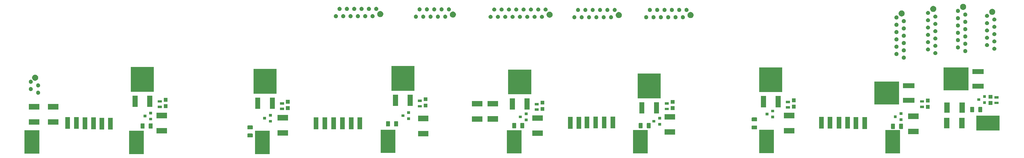
<source format=gts>
G04 #@! TF.GenerationSoftware,KiCad,Pcbnew,5.1.5-52549c5~84~ubuntu18.04.1*
G04 #@! TF.CreationDate,2020-02-28T01:04:35-05:00*
G04 #@! TF.ProjectId,DA_Board_1,44415f42-6f61-4726-945f-312e6b696361,rev?*
G04 #@! TF.SameCoordinates,Original*
G04 #@! TF.FileFunction,Soldermask,Top*
G04 #@! TF.FilePolarity,Negative*
%FSLAX46Y46*%
G04 Gerber Fmt 4.6, Leading zero omitted, Abs format (unit mm)*
G04 Created by KiCad (PCBNEW 5.1.5-52549c5~84~ubuntu18.04.1) date 2020-02-28 01:04:35*
%MOMM*%
%LPD*%
G04 APERTURE LIST*
%ADD10C,0.100000*%
G04 APERTURE END LIST*
D10*
G36*
X81654400Y-159003900D02*
G01*
X76552400Y-159003900D01*
X76552400Y-150901900D01*
X81654400Y-150901900D01*
X81654400Y-159003900D01*
G37*
G36*
X125304300Y-158978500D02*
G01*
X120202300Y-158978500D01*
X120202300Y-150876500D01*
X125304300Y-150876500D01*
X125304300Y-158978500D01*
G37*
G36*
X45484800Y-158851500D02*
G01*
X40382800Y-158851500D01*
X40382800Y-150749500D01*
X45484800Y-150749500D01*
X45484800Y-158851500D01*
G37*
G36*
X212502500Y-158788000D02*
G01*
X207400500Y-158788000D01*
X207400500Y-150686000D01*
X212502500Y-150686000D01*
X212502500Y-158788000D01*
G37*
G36*
X343553800Y-158762600D02*
G01*
X338451800Y-158762600D01*
X338451800Y-150660600D01*
X343553800Y-150660600D01*
X343553800Y-158762600D01*
G37*
G36*
X256190500Y-158724500D02*
G01*
X251088500Y-158724500D01*
X251088500Y-150622500D01*
X256190500Y-150622500D01*
X256190500Y-158724500D01*
G37*
G36*
X299878500Y-158648300D02*
G01*
X294776500Y-158648300D01*
X294776500Y-150546300D01*
X299878500Y-150546300D01*
X299878500Y-158648300D01*
G37*
G36*
X168814500Y-158622900D02*
G01*
X163712500Y-158622900D01*
X163712500Y-150520900D01*
X168814500Y-150520900D01*
X168814500Y-158622900D01*
G37*
G36*
X119259604Y-151855347D02*
G01*
X119296144Y-151866432D01*
X119329821Y-151884433D01*
X119359341Y-151908659D01*
X119383567Y-151938179D01*
X119401568Y-151971856D01*
X119412653Y-152008396D01*
X119417000Y-152052538D01*
X119417000Y-153001462D01*
X119412653Y-153045604D01*
X119401568Y-153082144D01*
X119383567Y-153115821D01*
X119359341Y-153145341D01*
X119329821Y-153169567D01*
X119296144Y-153187568D01*
X119259604Y-153198653D01*
X119215462Y-153203000D01*
X117766538Y-153203000D01*
X117722396Y-153198653D01*
X117685856Y-153187568D01*
X117652179Y-153169567D01*
X117622659Y-153145341D01*
X117598433Y-153115821D01*
X117580432Y-153082144D01*
X117569347Y-153045604D01*
X117565000Y-153001462D01*
X117565000Y-152052538D01*
X117569347Y-152008396D01*
X117580432Y-151971856D01*
X117598433Y-151938179D01*
X117622659Y-151908659D01*
X117652179Y-151884433D01*
X117685856Y-151866432D01*
X117722396Y-151855347D01*
X117766538Y-151851000D01*
X119215462Y-151851000D01*
X119259604Y-151855347D01*
G37*
G36*
X180231100Y-152820500D02*
G01*
X176629100Y-152820500D01*
X176629100Y-150938500D01*
X180231100Y-150938500D01*
X180231100Y-152820500D01*
G37*
G36*
X219842400Y-152680800D02*
G01*
X216240400Y-152680800D01*
X216240400Y-150798800D01*
X219842400Y-150798800D01*
X219842400Y-152680800D01*
G37*
G36*
X131615500Y-152566500D02*
G01*
X128013500Y-152566500D01*
X128013500Y-150684500D01*
X131615500Y-150684500D01*
X131615500Y-152566500D01*
G37*
G36*
X265625900Y-152274400D02*
G01*
X262023900Y-152274400D01*
X262023900Y-150392400D01*
X265625900Y-150392400D01*
X265625900Y-152274400D01*
G37*
G36*
X349941200Y-152071200D02*
G01*
X346339200Y-152071200D01*
X346339200Y-150189200D01*
X349941200Y-150189200D01*
X349941200Y-152071200D01*
G37*
G36*
X306939000Y-151817200D02*
G01*
X303337000Y-151817200D01*
X303337000Y-149935200D01*
X306939000Y-149935200D01*
X306939000Y-151817200D01*
G37*
G36*
X89705500Y-151804500D02*
G01*
X86103500Y-151804500D01*
X86103500Y-149922500D01*
X89705500Y-149922500D01*
X89705500Y-151804500D01*
G37*
G36*
X378023000Y-150772900D02*
G01*
X369921000Y-150772900D01*
X369921000Y-145670900D01*
X378023000Y-145670900D01*
X378023000Y-150772900D01*
G37*
G36*
X67950900Y-150463400D02*
G01*
X66348900Y-150463400D01*
X66348900Y-146361400D01*
X67950900Y-146361400D01*
X67950900Y-150463400D01*
G37*
G36*
X70950900Y-150463400D02*
G01*
X69348900Y-150463400D01*
X69348900Y-146361400D01*
X70950900Y-146361400D01*
X70950900Y-150463400D01*
G37*
G36*
X293884604Y-149067347D02*
G01*
X293921144Y-149078432D01*
X293954821Y-149096433D01*
X293984341Y-149120659D01*
X294008567Y-149150179D01*
X294026568Y-149183856D01*
X294037653Y-149220396D01*
X294042000Y-149264538D01*
X294042000Y-150213462D01*
X294037653Y-150257604D01*
X294026568Y-150294144D01*
X294008567Y-150327821D01*
X293984341Y-150357341D01*
X293954821Y-150381567D01*
X293921144Y-150399568D01*
X293884604Y-150410653D01*
X293840462Y-150415000D01*
X292391538Y-150415000D01*
X292347396Y-150410653D01*
X292310856Y-150399568D01*
X292277179Y-150381567D01*
X292247659Y-150357341D01*
X292223433Y-150327821D01*
X292205432Y-150294144D01*
X292194347Y-150257604D01*
X292190000Y-150213462D01*
X292190000Y-149264538D01*
X292194347Y-149220396D01*
X292205432Y-149183856D01*
X292223433Y-149150179D01*
X292247659Y-149120659D01*
X292277179Y-149096433D01*
X292310856Y-149078432D01*
X292347396Y-149067347D01*
X292391538Y-149063000D01*
X293840462Y-149063000D01*
X293884604Y-149067347D01*
G37*
G36*
X119259604Y-149055347D02*
G01*
X119296144Y-149066432D01*
X119329821Y-149084433D01*
X119359341Y-149108659D01*
X119383567Y-149138179D01*
X119401568Y-149171856D01*
X119412653Y-149208396D01*
X119417000Y-149252538D01*
X119417000Y-150201462D01*
X119412653Y-150245604D01*
X119401568Y-150282144D01*
X119383567Y-150315821D01*
X119359341Y-150345341D01*
X119329821Y-150369567D01*
X119296144Y-150387568D01*
X119259604Y-150398653D01*
X119215462Y-150403000D01*
X117766538Y-150403000D01*
X117722396Y-150398653D01*
X117685856Y-150387568D01*
X117652179Y-150369567D01*
X117622659Y-150345341D01*
X117598433Y-150315821D01*
X117580432Y-150282144D01*
X117569347Y-150245604D01*
X117565000Y-150201462D01*
X117565000Y-149252538D01*
X117569347Y-149208396D01*
X117580432Y-149171856D01*
X117598433Y-149138179D01*
X117622659Y-149108659D01*
X117652179Y-149084433D01*
X117685856Y-149066432D01*
X117722396Y-149055347D01*
X117766538Y-149051000D01*
X119215462Y-149051000D01*
X119259604Y-149055347D01*
G37*
G36*
X65083500Y-150361800D02*
G01*
X63481500Y-150361800D01*
X63481500Y-146259800D01*
X65083500Y-146259800D01*
X65083500Y-150361800D01*
G37*
G36*
X62083500Y-150361800D02*
G01*
X60481500Y-150361800D01*
X60481500Y-146259800D01*
X62083500Y-146259800D01*
X62083500Y-150361800D01*
G37*
G36*
X148227600Y-150336400D02*
G01*
X146625600Y-150336400D01*
X146625600Y-146234400D01*
X148227600Y-146234400D01*
X148227600Y-150336400D01*
G37*
G36*
X154275600Y-150336400D02*
G01*
X152673600Y-150336400D01*
X152673600Y-146234400D01*
X154275600Y-146234400D01*
X154275600Y-150336400D01*
G37*
G36*
X157275600Y-150336400D02*
G01*
X155673600Y-150336400D01*
X155673600Y-146234400D01*
X157275600Y-146234400D01*
X157275600Y-150336400D01*
G37*
G36*
X151227600Y-150336400D02*
G01*
X149625600Y-150336400D01*
X149625600Y-146234400D01*
X151227600Y-146234400D01*
X151227600Y-150336400D01*
G37*
G36*
X145158400Y-150336400D02*
G01*
X143556400Y-150336400D01*
X143556400Y-146234400D01*
X145158400Y-146234400D01*
X145158400Y-150336400D01*
G37*
G36*
X142158400Y-150336400D02*
G01*
X140556400Y-150336400D01*
X140556400Y-146234400D01*
X142158400Y-146234400D01*
X142158400Y-150336400D01*
G37*
G36*
X344440604Y-148430347D02*
G01*
X344477144Y-148441432D01*
X344510821Y-148459433D01*
X344540341Y-148483659D01*
X344564567Y-148513179D01*
X344582568Y-148546856D01*
X344593653Y-148583396D01*
X344598000Y-148627538D01*
X344598000Y-150076462D01*
X344593653Y-150120604D01*
X344582568Y-150157144D01*
X344564567Y-150190821D01*
X344540341Y-150220341D01*
X344510821Y-150244567D01*
X344477144Y-150262568D01*
X344440604Y-150273653D01*
X344396462Y-150278000D01*
X343447538Y-150278000D01*
X343403396Y-150273653D01*
X343366856Y-150262568D01*
X343333179Y-150244567D01*
X343303659Y-150220341D01*
X343279433Y-150190821D01*
X343261432Y-150157144D01*
X343250347Y-150120604D01*
X343246000Y-150076462D01*
X343246000Y-148627538D01*
X343250347Y-148583396D01*
X343261432Y-148546856D01*
X343279433Y-148513179D01*
X343303659Y-148483659D01*
X343333179Y-148459433D01*
X343366856Y-148441432D01*
X343403396Y-148430347D01*
X343447538Y-148426000D01*
X344396462Y-148426000D01*
X344440604Y-148430347D01*
G37*
G36*
X341640604Y-148430347D02*
G01*
X341677144Y-148441432D01*
X341710821Y-148459433D01*
X341740341Y-148483659D01*
X341764567Y-148513179D01*
X341782568Y-148546856D01*
X341793653Y-148583396D01*
X341798000Y-148627538D01*
X341798000Y-150076462D01*
X341793653Y-150120604D01*
X341782568Y-150157144D01*
X341764567Y-150190821D01*
X341740341Y-150220341D01*
X341710821Y-150244567D01*
X341677144Y-150262568D01*
X341640604Y-150273653D01*
X341596462Y-150278000D01*
X340647538Y-150278000D01*
X340603396Y-150273653D01*
X340566856Y-150262568D01*
X340533179Y-150244567D01*
X340503659Y-150220341D01*
X340479433Y-150190821D01*
X340461432Y-150157144D01*
X340450347Y-150120604D01*
X340446000Y-150076462D01*
X340446000Y-148627538D01*
X340450347Y-148583396D01*
X340461432Y-148546856D01*
X340479433Y-148513179D01*
X340503659Y-148483659D01*
X340533179Y-148459433D01*
X340566856Y-148441432D01*
X340603396Y-148430347D01*
X340647538Y-148426000D01*
X341596462Y-148426000D01*
X341640604Y-148430347D01*
G37*
G36*
X332077000Y-150260200D02*
G01*
X330475000Y-150260200D01*
X330475000Y-146158200D01*
X332077000Y-146158200D01*
X332077000Y-150260200D01*
G37*
G36*
X329077000Y-150260200D02*
G01*
X327475000Y-150260200D01*
X327475000Y-146158200D01*
X329077000Y-146158200D01*
X329077000Y-150260200D01*
G37*
G36*
X56115900Y-150234800D02*
G01*
X54513900Y-150234800D01*
X54513900Y-146132800D01*
X56115900Y-146132800D01*
X56115900Y-150234800D01*
G37*
G36*
X59115900Y-150234800D02*
G01*
X57513900Y-150234800D01*
X57513900Y-146132800D01*
X59115900Y-146132800D01*
X59115900Y-150234800D01*
G37*
G36*
X230170800Y-150171300D02*
G01*
X228568800Y-150171300D01*
X228568800Y-146069300D01*
X230170800Y-146069300D01*
X230170800Y-150171300D01*
G37*
G36*
X233170800Y-150171300D02*
G01*
X231568800Y-150171300D01*
X231568800Y-146069300D01*
X233170800Y-146069300D01*
X233170800Y-150171300D01*
G37*
G36*
X323209600Y-150158600D02*
G01*
X321607600Y-150158600D01*
X321607600Y-146056600D01*
X323209600Y-146056600D01*
X323209600Y-150158600D01*
G37*
G36*
X317113600Y-150158600D02*
G01*
X315511600Y-150158600D01*
X315511600Y-146056600D01*
X317113600Y-146056600D01*
X317113600Y-150158600D01*
G37*
G36*
X326209600Y-150158600D02*
G01*
X324607600Y-150158600D01*
X324607600Y-146056600D01*
X326209600Y-146056600D01*
X326209600Y-150158600D01*
G37*
G36*
X320113600Y-150158600D02*
G01*
X318511600Y-150158600D01*
X318511600Y-146056600D01*
X320113600Y-146056600D01*
X320113600Y-150158600D01*
G37*
G36*
X81798604Y-148303347D02*
G01*
X81835144Y-148314432D01*
X81868821Y-148332433D01*
X81898341Y-148356659D01*
X81922567Y-148386179D01*
X81940568Y-148419856D01*
X81951653Y-148456396D01*
X81956000Y-148500538D01*
X81956000Y-149949462D01*
X81951653Y-149993604D01*
X81940568Y-150030144D01*
X81922567Y-150063821D01*
X81898341Y-150093341D01*
X81868821Y-150117567D01*
X81835144Y-150135568D01*
X81798604Y-150146653D01*
X81754462Y-150151000D01*
X80805538Y-150151000D01*
X80761396Y-150146653D01*
X80724856Y-150135568D01*
X80691179Y-150117567D01*
X80661659Y-150093341D01*
X80637433Y-150063821D01*
X80619432Y-150030144D01*
X80608347Y-149993604D01*
X80604000Y-149949462D01*
X80604000Y-148500538D01*
X80608347Y-148456396D01*
X80619432Y-148419856D01*
X80637433Y-148386179D01*
X80661659Y-148356659D01*
X80691179Y-148332433D01*
X80724856Y-148314432D01*
X80761396Y-148303347D01*
X80805538Y-148299000D01*
X81754462Y-148299000D01*
X81798604Y-148303347D01*
G37*
G36*
X84598604Y-148303347D02*
G01*
X84635144Y-148314432D01*
X84668821Y-148332433D01*
X84698341Y-148356659D01*
X84722567Y-148386179D01*
X84740568Y-148419856D01*
X84751653Y-148456396D01*
X84756000Y-148500538D01*
X84756000Y-149949462D01*
X84751653Y-149993604D01*
X84740568Y-150030144D01*
X84722567Y-150063821D01*
X84698341Y-150093341D01*
X84668821Y-150117567D01*
X84635144Y-150135568D01*
X84598604Y-150146653D01*
X84554462Y-150151000D01*
X83605538Y-150151000D01*
X83561396Y-150146653D01*
X83524856Y-150135568D01*
X83491179Y-150117567D01*
X83461659Y-150093341D01*
X83437433Y-150063821D01*
X83419432Y-150030144D01*
X83408347Y-149993604D01*
X83404000Y-149949462D01*
X83404000Y-148500538D01*
X83408347Y-148456396D01*
X83419432Y-148419856D01*
X83437433Y-148386179D01*
X83461659Y-148356659D01*
X83491179Y-148332433D01*
X83524856Y-148314432D01*
X83561396Y-148303347D01*
X83605538Y-148299000D01*
X84554462Y-148299000D01*
X84598604Y-148303347D01*
G37*
G36*
X244904200Y-150069700D02*
G01*
X243302200Y-150069700D01*
X243302200Y-145967700D01*
X244904200Y-145967700D01*
X244904200Y-150069700D01*
G37*
G36*
X241904200Y-150069700D02*
G01*
X240302200Y-150069700D01*
X240302200Y-145967700D01*
X241904200Y-145967700D01*
X241904200Y-150069700D01*
G37*
G36*
X238935200Y-150069700D02*
G01*
X237333200Y-150069700D01*
X237333200Y-145967700D01*
X238935200Y-145967700D01*
X238935200Y-150069700D01*
G37*
G36*
X235935200Y-150069700D02*
G01*
X234333200Y-150069700D01*
X234333200Y-145967700D01*
X235935200Y-145967700D01*
X235935200Y-150069700D01*
G37*
G36*
X365934100Y-150035600D02*
G01*
X364052100Y-150035600D01*
X364052100Y-146433600D01*
X365934100Y-146433600D01*
X365934100Y-150035600D01*
G37*
G36*
X360654100Y-150035600D02*
G01*
X358772100Y-150035600D01*
X358772100Y-146433600D01*
X360654100Y-146433600D01*
X360654100Y-150035600D01*
G37*
G36*
X213246604Y-148176347D02*
G01*
X213283144Y-148187432D01*
X213316821Y-148205433D01*
X213346341Y-148229659D01*
X213370567Y-148259179D01*
X213388568Y-148292856D01*
X213399653Y-148329396D01*
X213404000Y-148373538D01*
X213404000Y-149822462D01*
X213399653Y-149866604D01*
X213388568Y-149903144D01*
X213370567Y-149936821D01*
X213346341Y-149966341D01*
X213316821Y-149990567D01*
X213283144Y-150008568D01*
X213246604Y-150019653D01*
X213202462Y-150024000D01*
X212253538Y-150024000D01*
X212209396Y-150019653D01*
X212172856Y-150008568D01*
X212139179Y-149990567D01*
X212109659Y-149966341D01*
X212085433Y-149936821D01*
X212067432Y-149903144D01*
X212056347Y-149866604D01*
X212052000Y-149822462D01*
X212052000Y-148373538D01*
X212056347Y-148329396D01*
X212067432Y-148292856D01*
X212085433Y-148259179D01*
X212109659Y-148229659D01*
X212139179Y-148205433D01*
X212172856Y-148187432D01*
X212209396Y-148176347D01*
X212253538Y-148172000D01*
X213202462Y-148172000D01*
X213246604Y-148176347D01*
G37*
G36*
X210446604Y-148176347D02*
G01*
X210483144Y-148187432D01*
X210516821Y-148205433D01*
X210546341Y-148229659D01*
X210570567Y-148259179D01*
X210588568Y-148292856D01*
X210599653Y-148329396D01*
X210604000Y-148373538D01*
X210604000Y-149822462D01*
X210599653Y-149866604D01*
X210588568Y-149903144D01*
X210570567Y-149936821D01*
X210546341Y-149966341D01*
X210516821Y-149990567D01*
X210483144Y-150008568D01*
X210446604Y-150019653D01*
X210402462Y-150024000D01*
X209453538Y-150024000D01*
X209409396Y-150019653D01*
X209372856Y-150008568D01*
X209339179Y-149990567D01*
X209309659Y-149966341D01*
X209285433Y-149936821D01*
X209267432Y-149903144D01*
X209256347Y-149866604D01*
X209252000Y-149822462D01*
X209252000Y-148373538D01*
X209256347Y-148329396D01*
X209267432Y-148292856D01*
X209285433Y-148259179D01*
X209309659Y-148229659D01*
X209339179Y-148205433D01*
X209372856Y-148187432D01*
X209409396Y-148176347D01*
X209453538Y-148172000D01*
X210402462Y-148172000D01*
X210446604Y-148176347D01*
G37*
G36*
X254264604Y-148176347D02*
G01*
X254301144Y-148187432D01*
X254334821Y-148205433D01*
X254364341Y-148229659D01*
X254388567Y-148259179D01*
X254406568Y-148292856D01*
X254417653Y-148329396D01*
X254422000Y-148373538D01*
X254422000Y-149822462D01*
X254417653Y-149866604D01*
X254406568Y-149903144D01*
X254388567Y-149936821D01*
X254364341Y-149966341D01*
X254334821Y-149990567D01*
X254301144Y-150008568D01*
X254264604Y-150019653D01*
X254220462Y-150024000D01*
X253271538Y-150024000D01*
X253227396Y-150019653D01*
X253190856Y-150008568D01*
X253157179Y-149990567D01*
X253127659Y-149966341D01*
X253103433Y-149936821D01*
X253085432Y-149903144D01*
X253074347Y-149866604D01*
X253070000Y-149822462D01*
X253070000Y-148373538D01*
X253074347Y-148329396D01*
X253085432Y-148292856D01*
X253103433Y-148259179D01*
X253127659Y-148229659D01*
X253157179Y-148205433D01*
X253190856Y-148187432D01*
X253227396Y-148176347D01*
X253271538Y-148172000D01*
X254220462Y-148172000D01*
X254264604Y-148176347D01*
G37*
G36*
X257064604Y-148176347D02*
G01*
X257101144Y-148187432D01*
X257134821Y-148205433D01*
X257164341Y-148229659D01*
X257188567Y-148259179D01*
X257206568Y-148292856D01*
X257217653Y-148329396D01*
X257222000Y-148373538D01*
X257222000Y-149822462D01*
X257217653Y-149866604D01*
X257206568Y-149903144D01*
X257188567Y-149936821D01*
X257164341Y-149966341D01*
X257134821Y-149990567D01*
X257101144Y-150008568D01*
X257064604Y-150019653D01*
X257020462Y-150024000D01*
X256071538Y-150024000D01*
X256027396Y-150019653D01*
X255990856Y-150008568D01*
X255957179Y-149990567D01*
X255927659Y-149966341D01*
X255903433Y-149936821D01*
X255885432Y-149903144D01*
X255874347Y-149866604D01*
X255870000Y-149822462D01*
X255870000Y-148373538D01*
X255874347Y-148329396D01*
X255885432Y-148292856D01*
X255903433Y-148259179D01*
X255927659Y-148229659D01*
X255957179Y-148205433D01*
X255990856Y-148187432D01*
X256027396Y-148176347D01*
X256071538Y-148172000D01*
X257020462Y-148172000D01*
X257064604Y-148176347D01*
G37*
G36*
X166761604Y-147541347D02*
G01*
X166798144Y-147552432D01*
X166831821Y-147570433D01*
X166861341Y-147594659D01*
X166885567Y-147624179D01*
X166903568Y-147657856D01*
X166914653Y-147694396D01*
X166919000Y-147738538D01*
X166919000Y-149187462D01*
X166914653Y-149231604D01*
X166903568Y-149268144D01*
X166885567Y-149301821D01*
X166861341Y-149331341D01*
X166831821Y-149355567D01*
X166798144Y-149373568D01*
X166761604Y-149384653D01*
X166717462Y-149389000D01*
X165768538Y-149389000D01*
X165724396Y-149384653D01*
X165687856Y-149373568D01*
X165654179Y-149355567D01*
X165624659Y-149331341D01*
X165600433Y-149301821D01*
X165582432Y-149268144D01*
X165571347Y-149231604D01*
X165567000Y-149187462D01*
X165567000Y-147738538D01*
X165571347Y-147694396D01*
X165582432Y-147657856D01*
X165600433Y-147624179D01*
X165624659Y-147594659D01*
X165654179Y-147570433D01*
X165687856Y-147552432D01*
X165724396Y-147541347D01*
X165768538Y-147537000D01*
X166717462Y-147537000D01*
X166761604Y-147541347D01*
G37*
G36*
X169561604Y-147541347D02*
G01*
X169598144Y-147552432D01*
X169631821Y-147570433D01*
X169661341Y-147594659D01*
X169685567Y-147624179D01*
X169703568Y-147657856D01*
X169714653Y-147694396D01*
X169719000Y-147738538D01*
X169719000Y-149187462D01*
X169714653Y-149231604D01*
X169703568Y-149268144D01*
X169685567Y-149301821D01*
X169661341Y-149331341D01*
X169631821Y-149355567D01*
X169598144Y-149373568D01*
X169561604Y-149384653D01*
X169517462Y-149389000D01*
X168568538Y-149389000D01*
X168524396Y-149384653D01*
X168487856Y-149373568D01*
X168454179Y-149355567D01*
X168424659Y-149331341D01*
X168400433Y-149301821D01*
X168382432Y-149268144D01*
X168371347Y-149231604D01*
X168367000Y-149187462D01*
X168367000Y-147738538D01*
X168371347Y-147694396D01*
X168382432Y-147657856D01*
X168400433Y-147624179D01*
X168424659Y-147594659D01*
X168454179Y-147570433D01*
X168487856Y-147552432D01*
X168524396Y-147541347D01*
X168568538Y-147537000D01*
X169517462Y-147537000D01*
X169561604Y-147541347D01*
G37*
G36*
X260819000Y-149075000D02*
G01*
X259817000Y-149075000D01*
X259817000Y-148173000D01*
X260819000Y-148173000D01*
X260819000Y-149075000D01*
G37*
G36*
X45489000Y-148769000D02*
G01*
X41887000Y-148769000D01*
X41887000Y-146887000D01*
X45489000Y-146887000D01*
X45489000Y-148769000D01*
G37*
G36*
X52093000Y-148769000D02*
G01*
X48491000Y-148769000D01*
X48491000Y-146887000D01*
X52093000Y-146887000D01*
X52093000Y-148769000D01*
G37*
G36*
X126016300Y-148033800D02*
G01*
X125014300Y-148033800D01*
X125014300Y-147131800D01*
X126016300Y-147131800D01*
X126016300Y-148033800D01*
G37*
G36*
X258819000Y-148025000D02*
G01*
X257817000Y-148025000D01*
X257817000Y-147123000D01*
X258819000Y-147123000D01*
X258819000Y-148025000D01*
G37*
G36*
X198900100Y-147727800D02*
G01*
X195298100Y-147727800D01*
X195298100Y-145845800D01*
X198900100Y-145845800D01*
X198900100Y-147727800D01*
G37*
G36*
X204323000Y-147715100D02*
G01*
X200721000Y-147715100D01*
X200721000Y-145833100D01*
X204323000Y-145833100D01*
X204323000Y-147715100D01*
G37*
G36*
X293884604Y-146267347D02*
G01*
X293921144Y-146278432D01*
X293954821Y-146296433D01*
X293984341Y-146320659D01*
X294008567Y-146350179D01*
X294026568Y-146383856D01*
X294037653Y-146420396D01*
X294042000Y-146464538D01*
X294042000Y-147413462D01*
X294037653Y-147457604D01*
X294026568Y-147494144D01*
X294008567Y-147527821D01*
X293984341Y-147557341D01*
X293954821Y-147581567D01*
X293921144Y-147599568D01*
X293884604Y-147610653D01*
X293840462Y-147615000D01*
X292391538Y-147615000D01*
X292347396Y-147610653D01*
X292310856Y-147599568D01*
X292277179Y-147581567D01*
X292247659Y-147557341D01*
X292223433Y-147527821D01*
X292205432Y-147494144D01*
X292194347Y-147457604D01*
X292190000Y-147413462D01*
X292190000Y-146464538D01*
X292194347Y-146420396D01*
X292205432Y-146383856D01*
X292223433Y-146350179D01*
X292247659Y-146320659D01*
X292277179Y-146296433D01*
X292310856Y-146278432D01*
X292347396Y-146267347D01*
X292391538Y-146263000D01*
X293840462Y-146263000D01*
X293884604Y-146267347D01*
G37*
G36*
X214560700Y-147551000D02*
G01*
X213558700Y-147551000D01*
X213558700Y-146649000D01*
X214560700Y-146649000D01*
X214560700Y-147551000D01*
G37*
G36*
X180231100Y-147540500D02*
G01*
X176629100Y-147540500D01*
X176629100Y-145658500D01*
X180231100Y-145658500D01*
X180231100Y-147540500D01*
G37*
G36*
X344392800Y-147487700D02*
G01*
X343390800Y-147487700D01*
X343390800Y-146585700D01*
X344392800Y-146585700D01*
X344392800Y-147487700D01*
G37*
G36*
X219842400Y-147400800D02*
G01*
X216240400Y-147400800D01*
X216240400Y-145518800D01*
X219842400Y-145518800D01*
X219842400Y-147400800D01*
G37*
G36*
X131615500Y-147286500D02*
G01*
X128013500Y-147286500D01*
X128013500Y-145404500D01*
X131615500Y-145404500D01*
X131615500Y-147286500D01*
G37*
G36*
X84576200Y-147271800D02*
G01*
X83574200Y-147271800D01*
X83574200Y-146369800D01*
X84576200Y-146369800D01*
X84576200Y-147271800D01*
G37*
G36*
X173895300Y-147132100D02*
G01*
X172893300Y-147132100D01*
X172893300Y-146230100D01*
X173895300Y-146230100D01*
X173895300Y-147132100D01*
G37*
G36*
X265625900Y-146994400D02*
G01*
X262023900Y-146994400D01*
X262023900Y-145112400D01*
X265625900Y-145112400D01*
X265625900Y-146994400D01*
G37*
G36*
X124016300Y-146983800D02*
G01*
X123014300Y-146983800D01*
X123014300Y-146081800D01*
X124016300Y-146081800D01*
X124016300Y-146983800D01*
G37*
G36*
X260819000Y-146975000D02*
G01*
X259817000Y-146975000D01*
X259817000Y-146073000D01*
X260819000Y-146073000D01*
X260819000Y-146975000D01*
G37*
G36*
X349941200Y-146791200D02*
G01*
X346339200Y-146791200D01*
X346339200Y-144909200D01*
X349941200Y-144909200D01*
X349941200Y-146791200D01*
G37*
G36*
X299967000Y-146569000D02*
G01*
X298965000Y-146569000D01*
X298965000Y-145667000D01*
X299967000Y-145667000D01*
X299967000Y-146569000D01*
G37*
G36*
X306939000Y-146537200D02*
G01*
X303337000Y-146537200D01*
X303337000Y-144655200D01*
X306939000Y-144655200D01*
X306939000Y-146537200D01*
G37*
G36*
X89705500Y-146524500D02*
G01*
X86103500Y-146524500D01*
X86103500Y-144642500D01*
X89705500Y-144642500D01*
X89705500Y-146524500D01*
G37*
G36*
X212560700Y-146501000D02*
G01*
X211558700Y-146501000D01*
X211558700Y-145599000D01*
X212560700Y-145599000D01*
X212560700Y-146501000D01*
G37*
G36*
X342392800Y-146437700D02*
G01*
X341390800Y-146437700D01*
X341390800Y-145535700D01*
X342392800Y-145535700D01*
X342392800Y-146437700D01*
G37*
G36*
X82576200Y-146221800D02*
G01*
X81574200Y-146221800D01*
X81574200Y-145319800D01*
X82576200Y-145319800D01*
X82576200Y-146221800D01*
G37*
G36*
X171895300Y-146082100D02*
G01*
X170893300Y-146082100D01*
X170893300Y-145180100D01*
X171895300Y-145180100D01*
X171895300Y-146082100D01*
G37*
G36*
X126016300Y-145933800D02*
G01*
X125014300Y-145933800D01*
X125014300Y-145031800D01*
X126016300Y-145031800D01*
X126016300Y-145933800D01*
G37*
G36*
X297967000Y-145519000D02*
G01*
X296965000Y-145519000D01*
X296965000Y-144617000D01*
X297967000Y-144617000D01*
X297967000Y-145519000D01*
G37*
G36*
X214560700Y-145451000D02*
G01*
X213558700Y-145451000D01*
X213558700Y-144549000D01*
X214560700Y-144549000D01*
X214560700Y-145451000D01*
G37*
G36*
X344392800Y-145387700D02*
G01*
X343390800Y-145387700D01*
X343390800Y-144485700D01*
X344392800Y-144485700D01*
X344392800Y-145387700D01*
G37*
G36*
X84576200Y-145171800D02*
G01*
X83574200Y-145171800D01*
X83574200Y-144269800D01*
X84576200Y-144269800D01*
X84576200Y-145171800D01*
G37*
G36*
X173895300Y-145032100D02*
G01*
X172893300Y-145032100D01*
X172893300Y-144130100D01*
X173895300Y-144130100D01*
X173895300Y-145032100D01*
G37*
G36*
X260090800Y-144887000D02*
G01*
X258338800Y-144887000D01*
X258338800Y-140975000D01*
X260090800Y-140975000D01*
X260090800Y-144887000D01*
G37*
G36*
X255010800Y-144887000D02*
G01*
X253258800Y-144887000D01*
X253258800Y-140975000D01*
X255010800Y-140975000D01*
X255010800Y-144887000D01*
G37*
G36*
X360717600Y-144650800D02*
G01*
X358835600Y-144650800D01*
X358835600Y-141048800D01*
X360717600Y-141048800D01*
X360717600Y-144650800D01*
G37*
G36*
X365997600Y-144650800D02*
G01*
X364115600Y-144650800D01*
X364115600Y-141048800D01*
X365997600Y-141048800D01*
X365997600Y-144650800D01*
G37*
G36*
X299967000Y-144469000D02*
G01*
X298965000Y-144469000D01*
X298965000Y-143567000D01*
X299967000Y-143567000D01*
X299967000Y-144469000D01*
G37*
G36*
X371866604Y-142588347D02*
G01*
X371903144Y-142599432D01*
X371936821Y-142617433D01*
X371966341Y-142641659D01*
X371990567Y-142671179D01*
X372008568Y-142704856D01*
X372019653Y-142741396D01*
X372024000Y-142785538D01*
X372024000Y-144234462D01*
X372019653Y-144278604D01*
X372008568Y-144315144D01*
X371990567Y-144348821D01*
X371966341Y-144378341D01*
X371936821Y-144402567D01*
X371903144Y-144420568D01*
X371866604Y-144431653D01*
X371822462Y-144436000D01*
X370873538Y-144436000D01*
X370829396Y-144431653D01*
X370792856Y-144420568D01*
X370759179Y-144402567D01*
X370729659Y-144378341D01*
X370705433Y-144348821D01*
X370687432Y-144315144D01*
X370676347Y-144278604D01*
X370672000Y-144234462D01*
X370672000Y-142785538D01*
X370676347Y-142741396D01*
X370687432Y-142704856D01*
X370705433Y-142671179D01*
X370729659Y-142641659D01*
X370759179Y-142617433D01*
X370792856Y-142599432D01*
X370829396Y-142588347D01*
X370873538Y-142584000D01*
X371822462Y-142584000D01*
X371866604Y-142588347D01*
G37*
G36*
X369066604Y-142588347D02*
G01*
X369103144Y-142599432D01*
X369136821Y-142617433D01*
X369166341Y-142641659D01*
X369190567Y-142671179D01*
X369208568Y-142704856D01*
X369219653Y-142741396D01*
X369224000Y-142785538D01*
X369224000Y-144234462D01*
X369219653Y-144278604D01*
X369208568Y-144315144D01*
X369190567Y-144348821D01*
X369166341Y-144378341D01*
X369136821Y-144402567D01*
X369103144Y-144420568D01*
X369066604Y-144431653D01*
X369022462Y-144436000D01*
X368073538Y-144436000D01*
X368029396Y-144431653D01*
X367992856Y-144420568D01*
X367959179Y-144402567D01*
X367929659Y-144378341D01*
X367905433Y-144348821D01*
X367887432Y-144315144D01*
X367876347Y-144278604D01*
X367872000Y-144234462D01*
X367872000Y-142785538D01*
X367876347Y-142741396D01*
X367887432Y-142704856D01*
X367905433Y-142671179D01*
X367929659Y-142641659D01*
X367959179Y-142617433D01*
X367992856Y-142599432D01*
X368029396Y-142588347D01*
X368073538Y-142584000D01*
X369022462Y-142584000D01*
X369066604Y-142588347D01*
G37*
G36*
X220394200Y-143953100D02*
G01*
X219092200Y-143953100D01*
X219092200Y-142651100D01*
X220394200Y-142651100D01*
X220394200Y-143953100D01*
G37*
G36*
X218437600Y-143934100D02*
G01*
X217035600Y-143934100D01*
X217035600Y-143132100D01*
X218437600Y-143132100D01*
X218437600Y-143934100D01*
G37*
G36*
X263471800Y-143692800D02*
G01*
X262069800Y-143692800D01*
X262069800Y-142890800D01*
X263471800Y-142890800D01*
X263471800Y-143692800D01*
G37*
G36*
X130236100Y-143680100D02*
G01*
X128834100Y-143680100D01*
X128834100Y-142878100D01*
X130236100Y-142878100D01*
X130236100Y-143680100D01*
G37*
G36*
X265453800Y-143673700D02*
G01*
X264151800Y-143673700D01*
X264151800Y-142371700D01*
X265453800Y-142371700D01*
X265453800Y-143673700D01*
G37*
G36*
X132180000Y-143661000D02*
G01*
X130878000Y-143661000D01*
X130878000Y-142359000D01*
X132180000Y-142359000D01*
X132180000Y-143661000D01*
G37*
G36*
X215259800Y-143490000D02*
G01*
X213507800Y-143490000D01*
X213507800Y-139578000D01*
X215259800Y-139578000D01*
X215259800Y-143490000D01*
G37*
G36*
X210179800Y-143490000D02*
G01*
X208427800Y-143490000D01*
X208427800Y-139578000D01*
X210179800Y-139578000D01*
X210179800Y-143490000D01*
G37*
G36*
X52093000Y-143489000D02*
G01*
X48491000Y-143489000D01*
X48491000Y-141607000D01*
X52093000Y-141607000D01*
X52093000Y-143489000D01*
G37*
G36*
X45489000Y-143489000D02*
G01*
X41887000Y-143489000D01*
X41887000Y-141607000D01*
X45489000Y-141607000D01*
X45489000Y-143489000D01*
G37*
G36*
X121991000Y-143261400D02*
G01*
X120239000Y-143261400D01*
X120239000Y-139349400D01*
X121991000Y-139349400D01*
X121991000Y-143261400D01*
G37*
G36*
X127071000Y-143261400D02*
G01*
X125319000Y-143261400D01*
X125319000Y-139349400D01*
X127071000Y-139349400D01*
X127071000Y-143261400D01*
G37*
G36*
X353820400Y-143234100D02*
G01*
X352518400Y-143234100D01*
X352518400Y-141932100D01*
X353820400Y-141932100D01*
X353820400Y-143234100D01*
G37*
G36*
X305407200Y-143172100D02*
G01*
X304005200Y-143172100D01*
X304005200Y-142370100D01*
X305407200Y-142370100D01*
X305407200Y-143172100D01*
G37*
G36*
X307414600Y-143153000D02*
G01*
X306112600Y-143153000D01*
X306112600Y-141851000D01*
X307414600Y-141851000D01*
X307414600Y-143153000D01*
G37*
G36*
X351851100Y-142994300D02*
G01*
X350449100Y-142994300D01*
X350449100Y-142192300D01*
X351851100Y-142192300D01*
X351851100Y-142994300D01*
G37*
G36*
X89914400Y-142975200D02*
G01*
X88612400Y-142975200D01*
X88612400Y-141673200D01*
X89914400Y-141673200D01*
X89914400Y-142975200D01*
G37*
G36*
X87932400Y-142968900D02*
G01*
X86530400Y-142968900D01*
X86530400Y-142166900D01*
X87932400Y-142166900D01*
X87932400Y-142968900D01*
G37*
G36*
X179919300Y-142772000D02*
G01*
X178617300Y-142772000D01*
X178617300Y-141470000D01*
X179919300Y-141470000D01*
X179919300Y-142772000D01*
G37*
G36*
X177962700Y-142753000D02*
G01*
X176560700Y-142753000D01*
X176560700Y-141951000D01*
X177962700Y-141951000D01*
X177962700Y-142753000D01*
G37*
G36*
X302204000Y-142715300D02*
G01*
X300452000Y-142715300D01*
X300452000Y-138803300D01*
X302204000Y-138803300D01*
X302204000Y-142715300D01*
G37*
G36*
X297124000Y-142715300D02*
G01*
X295372000Y-142715300D01*
X295372000Y-138803300D01*
X297124000Y-138803300D01*
X297124000Y-142715300D01*
G37*
G36*
X79522200Y-142613700D02*
G01*
X77770200Y-142613700D01*
X77770200Y-138701700D01*
X79522200Y-138701700D01*
X79522200Y-142613700D01*
G37*
G36*
X84602200Y-142613700D02*
G01*
X82850200Y-142613700D01*
X82850200Y-138701700D01*
X84602200Y-138701700D01*
X84602200Y-142613700D01*
G37*
G36*
X198900100Y-142447800D02*
G01*
X195298100Y-142447800D01*
X195298100Y-140565800D01*
X198900100Y-140565800D01*
X198900100Y-142447800D01*
G37*
G36*
X204323000Y-142435100D02*
G01*
X200721000Y-142435100D01*
X200721000Y-140553100D01*
X204323000Y-140553100D01*
X204323000Y-142435100D01*
G37*
G36*
X169730300Y-142245400D02*
G01*
X167978300Y-142245400D01*
X167978300Y-138333400D01*
X169730300Y-138333400D01*
X169730300Y-142245400D01*
G37*
G36*
X174810300Y-142245400D02*
G01*
X173058300Y-142245400D01*
X173058300Y-138333400D01*
X174810300Y-138333400D01*
X174810300Y-142245400D01*
G37*
G36*
X218437600Y-142034100D02*
G01*
X217035600Y-142034100D01*
X217035600Y-141232100D01*
X218437600Y-141232100D01*
X218437600Y-142034100D01*
G37*
G36*
X375537400Y-141895700D02*
G01*
X374235400Y-141895700D01*
X374235400Y-140593700D01*
X375537400Y-140593700D01*
X375537400Y-141895700D01*
G37*
G36*
X263471800Y-141792800D02*
G01*
X262069800Y-141792800D01*
X262069800Y-140990800D01*
X263471800Y-140990800D01*
X263471800Y-141792800D01*
G37*
G36*
X130236100Y-141780100D02*
G01*
X128834100Y-141780100D01*
X128834100Y-140978100D01*
X130236100Y-140978100D01*
X130236100Y-141780100D01*
G37*
G36*
X343238700Y-141755800D02*
G01*
X334626700Y-141755800D01*
X334626700Y-133783800D01*
X343238700Y-133783800D01*
X343238700Y-141755800D01*
G37*
G36*
X220394200Y-141753100D02*
G01*
X219092200Y-141753100D01*
X219092200Y-140451100D01*
X220394200Y-140451100D01*
X220394200Y-141753100D01*
G37*
G36*
X377644800Y-141597300D02*
G01*
X376242800Y-141597300D01*
X376242800Y-140795300D01*
X377644800Y-140795300D01*
X377644800Y-141597300D01*
G37*
G36*
X373298000Y-141544100D02*
G01*
X372296000Y-141544100D01*
X372296000Y-140642100D01*
X373298000Y-140642100D01*
X373298000Y-141544100D01*
G37*
G36*
X265453800Y-141473700D02*
G01*
X264151800Y-141473700D01*
X264151800Y-140171700D01*
X265453800Y-140171700D01*
X265453800Y-141473700D01*
G37*
G36*
X132180000Y-141461000D02*
G01*
X130878000Y-141461000D01*
X130878000Y-140159000D01*
X132180000Y-140159000D01*
X132180000Y-141461000D01*
G37*
G36*
X305407200Y-141272100D02*
G01*
X304005200Y-141272100D01*
X304005200Y-140470100D01*
X305407200Y-140470100D01*
X305407200Y-141272100D01*
G37*
G36*
X348513700Y-141185800D02*
G01*
X344601700Y-141185800D01*
X344601700Y-139433800D01*
X348513700Y-139433800D01*
X348513700Y-141185800D01*
G37*
G36*
X351851100Y-141094300D02*
G01*
X350449100Y-141094300D01*
X350449100Y-140292300D01*
X351851100Y-140292300D01*
X351851100Y-141094300D01*
G37*
G36*
X87932400Y-141068900D02*
G01*
X86530400Y-141068900D01*
X86530400Y-140266900D01*
X87932400Y-140266900D01*
X87932400Y-141068900D01*
G37*
G36*
X353820400Y-141034100D02*
G01*
X352518400Y-141034100D01*
X352518400Y-139732100D01*
X353820400Y-139732100D01*
X353820400Y-141034100D01*
G37*
G36*
X307414600Y-140953000D02*
G01*
X306112600Y-140953000D01*
X306112600Y-139651000D01*
X307414600Y-139651000D01*
X307414600Y-140953000D01*
G37*
G36*
X177962700Y-140853000D02*
G01*
X176560700Y-140853000D01*
X176560700Y-140051000D01*
X177962700Y-140051000D01*
X177962700Y-140853000D01*
G37*
G36*
X89914400Y-140775200D02*
G01*
X88612400Y-140775200D01*
X88612400Y-139473200D01*
X89914400Y-139473200D01*
X89914400Y-140775200D01*
G37*
G36*
X179919300Y-140572000D02*
G01*
X178617300Y-140572000D01*
X178617300Y-139270000D01*
X179919300Y-139270000D01*
X179919300Y-140572000D01*
G37*
G36*
X371298000Y-140494100D02*
G01*
X370296000Y-140494100D01*
X370296000Y-139592100D01*
X371298000Y-139592100D01*
X371298000Y-140494100D01*
G37*
G36*
X377644800Y-139697300D02*
G01*
X376242800Y-139697300D01*
X376242800Y-138895300D01*
X377644800Y-138895300D01*
X377644800Y-139697300D01*
G37*
G36*
X375537400Y-139695700D02*
G01*
X374235400Y-139695700D01*
X374235400Y-138393700D01*
X375537400Y-138393700D01*
X375537400Y-139695700D01*
G37*
G36*
X260660800Y-139612000D02*
G01*
X252688800Y-139612000D01*
X252688800Y-131000000D01*
X260660800Y-131000000D01*
X260660800Y-139612000D01*
G37*
G36*
X373298000Y-139444100D02*
G01*
X372296000Y-139444100D01*
X372296000Y-138542100D01*
X373298000Y-138542100D01*
X373298000Y-139444100D01*
G37*
G36*
X45289473Y-136968538D02*
G01*
X45417049Y-137021382D01*
X45531859Y-137098095D01*
X45629505Y-137195741D01*
X45706218Y-137310551D01*
X45759062Y-137438127D01*
X45786000Y-137573556D01*
X45786000Y-137711644D01*
X45759062Y-137847073D01*
X45706218Y-137974649D01*
X45629505Y-138089459D01*
X45531859Y-138187105D01*
X45417049Y-138263818D01*
X45289473Y-138316662D01*
X45154044Y-138343600D01*
X45015956Y-138343600D01*
X44880527Y-138316662D01*
X44752951Y-138263818D01*
X44638141Y-138187105D01*
X44540495Y-138089459D01*
X44463782Y-137974649D01*
X44410938Y-137847073D01*
X44384000Y-137711644D01*
X44384000Y-137573556D01*
X44410938Y-137438127D01*
X44463782Y-137310551D01*
X44540495Y-137195741D01*
X44638141Y-137098095D01*
X44752951Y-137021382D01*
X44880527Y-136968538D01*
X45015956Y-136941600D01*
X45154044Y-136941600D01*
X45289473Y-136968538D01*
G37*
G36*
X215829800Y-138215000D02*
G01*
X207857800Y-138215000D01*
X207857800Y-129603000D01*
X215829800Y-129603000D01*
X215829800Y-138215000D01*
G37*
G36*
X127641000Y-137986400D02*
G01*
X119669000Y-137986400D01*
X119669000Y-129374400D01*
X127641000Y-129374400D01*
X127641000Y-137986400D01*
G37*
G36*
X302774000Y-137440300D02*
G01*
X294802000Y-137440300D01*
X294802000Y-128828300D01*
X302774000Y-128828300D01*
X302774000Y-137440300D01*
G37*
G36*
X85172200Y-137338700D02*
G01*
X77200200Y-137338700D01*
X77200200Y-128726700D01*
X85172200Y-128726700D01*
X85172200Y-137338700D01*
G37*
G36*
X42749473Y-135698538D02*
G01*
X42877049Y-135751382D01*
X42991859Y-135828095D01*
X43089505Y-135925741D01*
X43166218Y-136040551D01*
X43219062Y-136168127D01*
X43246000Y-136303556D01*
X43246000Y-136441644D01*
X43219062Y-136577073D01*
X43166218Y-136704649D01*
X43089505Y-136819459D01*
X42991859Y-136917105D01*
X42877049Y-136993818D01*
X42749473Y-137046662D01*
X42614044Y-137073600D01*
X42475956Y-137073600D01*
X42340527Y-137046662D01*
X42212951Y-136993818D01*
X42098141Y-136917105D01*
X42000495Y-136819459D01*
X41923782Y-136704649D01*
X41870938Y-136577073D01*
X41844000Y-136441644D01*
X41844000Y-136303556D01*
X41870938Y-136168127D01*
X41923782Y-136040551D01*
X42000495Y-135925741D01*
X42098141Y-135828095D01*
X42212951Y-135751382D01*
X42340527Y-135698538D01*
X42475956Y-135671600D01*
X42614044Y-135671600D01*
X42749473Y-135698538D01*
G37*
G36*
X175380300Y-136970400D02*
G01*
X167408300Y-136970400D01*
X167408300Y-128358400D01*
X175380300Y-128358400D01*
X175380300Y-136970400D01*
G37*
G36*
X367229000Y-136840900D02*
G01*
X358617000Y-136840900D01*
X358617000Y-128868900D01*
X367229000Y-128868900D01*
X367229000Y-136840900D01*
G37*
G36*
X372504000Y-136270900D02*
G01*
X368592000Y-136270900D01*
X368592000Y-134518900D01*
X372504000Y-134518900D01*
X372504000Y-136270900D01*
G37*
G36*
X348513700Y-136105800D02*
G01*
X344601700Y-136105800D01*
X344601700Y-134353800D01*
X348513700Y-134353800D01*
X348513700Y-136105800D01*
G37*
G36*
X45289473Y-134428538D02*
G01*
X45417049Y-134481382D01*
X45531859Y-134558095D01*
X45629505Y-134655741D01*
X45706218Y-134770551D01*
X45759062Y-134898127D01*
X45786000Y-135033556D01*
X45786000Y-135171644D01*
X45759062Y-135307073D01*
X45706218Y-135434649D01*
X45629505Y-135549459D01*
X45531859Y-135647105D01*
X45417049Y-135723818D01*
X45289473Y-135776662D01*
X45154044Y-135803600D01*
X45015956Y-135803600D01*
X44880527Y-135776662D01*
X44752951Y-135723818D01*
X44638141Y-135647105D01*
X44540495Y-135549459D01*
X44463782Y-135434649D01*
X44410938Y-135307073D01*
X44384000Y-135171644D01*
X44384000Y-135033556D01*
X44410938Y-134898127D01*
X44463782Y-134770551D01*
X44540495Y-134655741D01*
X44638141Y-134558095D01*
X44752951Y-134481382D01*
X44880527Y-134428538D01*
X45015956Y-134401600D01*
X45154044Y-134401600D01*
X45289473Y-134428538D01*
G37*
G36*
X42749473Y-133158538D02*
G01*
X42877049Y-133211382D01*
X42991859Y-133288095D01*
X43089505Y-133385741D01*
X43166218Y-133500551D01*
X43219062Y-133628127D01*
X43246000Y-133763556D01*
X43246000Y-133901644D01*
X43219062Y-134037073D01*
X43166218Y-134164649D01*
X43089505Y-134279459D01*
X42991859Y-134377105D01*
X42877049Y-134453818D01*
X42749473Y-134506662D01*
X42614044Y-134533600D01*
X42475956Y-134533600D01*
X42340527Y-134506662D01*
X42212951Y-134453818D01*
X42098141Y-134377105D01*
X42000495Y-134279459D01*
X41923782Y-134164649D01*
X41870938Y-134037073D01*
X41844000Y-133901644D01*
X41844000Y-133763556D01*
X41870938Y-133628127D01*
X41923782Y-133500551D01*
X42000495Y-133385741D01*
X42098141Y-133288095D01*
X42212951Y-133211382D01*
X42340527Y-133158538D01*
X42475956Y-133131600D01*
X42614044Y-133131600D01*
X42749473Y-133158538D01*
G37*
G36*
X44351564Y-131421989D02*
G01*
X44542833Y-131501215D01*
X44542835Y-131501216D01*
X44714973Y-131616235D01*
X44861365Y-131762627D01*
X44976385Y-131934767D01*
X45055611Y-132126036D01*
X45096000Y-132329084D01*
X45096000Y-132536116D01*
X45055611Y-132739164D01*
X44976385Y-132930433D01*
X44976384Y-132930435D01*
X44861365Y-133102573D01*
X44714973Y-133248965D01*
X44542835Y-133363984D01*
X44542834Y-133363985D01*
X44542833Y-133363985D01*
X44351564Y-133443211D01*
X44148516Y-133483600D01*
X43941484Y-133483600D01*
X43738436Y-133443211D01*
X43547167Y-133363985D01*
X43547166Y-133363985D01*
X43547165Y-133363984D01*
X43375027Y-133248965D01*
X43228635Y-133102573D01*
X43113616Y-132930435D01*
X43113615Y-132930433D01*
X43034389Y-132739164D01*
X42994000Y-132536116D01*
X42994000Y-132329084D01*
X43034389Y-132126036D01*
X43113615Y-131934767D01*
X43228635Y-131762627D01*
X43375027Y-131616235D01*
X43547165Y-131501216D01*
X43547167Y-131501215D01*
X43738436Y-131421989D01*
X43941484Y-131381600D01*
X44148516Y-131381600D01*
X44351564Y-131421989D01*
G37*
G36*
X372504000Y-131190900D02*
G01*
X368592000Y-131190900D01*
X368592000Y-129438900D01*
X372504000Y-129438900D01*
X372504000Y-131190900D01*
G37*
G36*
X345042673Y-124776738D02*
G01*
X345170249Y-124829582D01*
X345285059Y-124906295D01*
X345382705Y-125003941D01*
X345459418Y-125118751D01*
X345512262Y-125246327D01*
X345539200Y-125381756D01*
X345539200Y-125519844D01*
X345512262Y-125655273D01*
X345459418Y-125782849D01*
X345382705Y-125897659D01*
X345285059Y-125995305D01*
X345170249Y-126072018D01*
X345042673Y-126124862D01*
X344907244Y-126151800D01*
X344769156Y-126151800D01*
X344633727Y-126124862D01*
X344506151Y-126072018D01*
X344391341Y-125995305D01*
X344293695Y-125897659D01*
X344216982Y-125782849D01*
X344164138Y-125655273D01*
X344137200Y-125519844D01*
X344137200Y-125381756D01*
X344164138Y-125246327D01*
X344216982Y-125118751D01*
X344293695Y-125003941D01*
X344391341Y-124906295D01*
X344506151Y-124829582D01*
X344633727Y-124776738D01*
X344769156Y-124749800D01*
X344907244Y-124749800D01*
X345042673Y-124776738D01*
G37*
G36*
X342502673Y-123506738D02*
G01*
X342630249Y-123559582D01*
X342745059Y-123636295D01*
X342842705Y-123733941D01*
X342919418Y-123848751D01*
X342972262Y-123976327D01*
X342999200Y-124111756D01*
X342999200Y-124249844D01*
X342972262Y-124385273D01*
X342919418Y-124512849D01*
X342842705Y-124627659D01*
X342745059Y-124725305D01*
X342630249Y-124802018D01*
X342502673Y-124854862D01*
X342367244Y-124881800D01*
X342229156Y-124881800D01*
X342093727Y-124854862D01*
X341966151Y-124802018D01*
X341851341Y-124725305D01*
X341753695Y-124627659D01*
X341676982Y-124512849D01*
X341624138Y-124385273D01*
X341597200Y-124249844D01*
X341597200Y-124111756D01*
X341624138Y-123976327D01*
X341676982Y-123848751D01*
X341753695Y-123733941D01*
X341851341Y-123636295D01*
X341966151Y-123559582D01*
X342093727Y-123506738D01*
X342229156Y-123479800D01*
X342367244Y-123479800D01*
X342502673Y-123506738D01*
G37*
G36*
X355977373Y-123201938D02*
G01*
X356104949Y-123254782D01*
X356219759Y-123331495D01*
X356317405Y-123429141D01*
X356394118Y-123543951D01*
X356446962Y-123671527D01*
X356473900Y-123806956D01*
X356473900Y-123945044D01*
X356446962Y-124080473D01*
X356394118Y-124208049D01*
X356317405Y-124322859D01*
X356219759Y-124420505D01*
X356104949Y-124497218D01*
X355977373Y-124550062D01*
X355841944Y-124577000D01*
X355703856Y-124577000D01*
X355568427Y-124550062D01*
X355440851Y-124497218D01*
X355326041Y-124420505D01*
X355228395Y-124322859D01*
X355151682Y-124208049D01*
X355098838Y-124080473D01*
X355071900Y-123945044D01*
X355071900Y-123806956D01*
X355098838Y-123671527D01*
X355151682Y-123543951D01*
X355228395Y-123429141D01*
X355326041Y-123331495D01*
X355440851Y-123254782D01*
X355568427Y-123201938D01*
X355703856Y-123175000D01*
X355841944Y-123175000D01*
X355977373Y-123201938D01*
G37*
G36*
X366340573Y-122490738D02*
G01*
X366468149Y-122543582D01*
X366582959Y-122620295D01*
X366680605Y-122717941D01*
X366757318Y-122832751D01*
X366810162Y-122960327D01*
X366837100Y-123095756D01*
X366837100Y-123233844D01*
X366810162Y-123369273D01*
X366757318Y-123496849D01*
X366680605Y-123611659D01*
X366582959Y-123709305D01*
X366468149Y-123786018D01*
X366340573Y-123838862D01*
X366205144Y-123865800D01*
X366067056Y-123865800D01*
X365931627Y-123838862D01*
X365804051Y-123786018D01*
X365689241Y-123709305D01*
X365591595Y-123611659D01*
X365514882Y-123496849D01*
X365462038Y-123369273D01*
X365435100Y-123233844D01*
X365435100Y-123095756D01*
X365462038Y-122960327D01*
X365514882Y-122832751D01*
X365591595Y-122717941D01*
X365689241Y-122620295D01*
X365804051Y-122543582D01*
X365931627Y-122490738D01*
X366067056Y-122463800D01*
X366205144Y-122463800D01*
X366340573Y-122490738D01*
G37*
G36*
X345042673Y-122236738D02*
G01*
X345170249Y-122289582D01*
X345285059Y-122366295D01*
X345382705Y-122463941D01*
X345459418Y-122578751D01*
X345512262Y-122706327D01*
X345539200Y-122841756D01*
X345539200Y-122979844D01*
X345512262Y-123115273D01*
X345459418Y-123242849D01*
X345382705Y-123357659D01*
X345285059Y-123455305D01*
X345170249Y-123532018D01*
X345042673Y-123584862D01*
X344907244Y-123611800D01*
X344769156Y-123611800D01*
X344633727Y-123584862D01*
X344506151Y-123532018D01*
X344391341Y-123455305D01*
X344293695Y-123357659D01*
X344216982Y-123242849D01*
X344164138Y-123115273D01*
X344137200Y-122979844D01*
X344137200Y-122841756D01*
X344164138Y-122706327D01*
X344216982Y-122578751D01*
X344293695Y-122463941D01*
X344391341Y-122366295D01*
X344506151Y-122289582D01*
X344633727Y-122236738D01*
X344769156Y-122209800D01*
X344907244Y-122209800D01*
X345042673Y-122236738D01*
G37*
G36*
X353437373Y-121931938D02*
G01*
X353564949Y-121984782D01*
X353679759Y-122061495D01*
X353777405Y-122159141D01*
X353854118Y-122273951D01*
X353906962Y-122401527D01*
X353933900Y-122536956D01*
X353933900Y-122675044D01*
X353906962Y-122810473D01*
X353854118Y-122938049D01*
X353777405Y-123052859D01*
X353679759Y-123150505D01*
X353564949Y-123227218D01*
X353437373Y-123280062D01*
X353301944Y-123307000D01*
X353163856Y-123307000D01*
X353028427Y-123280062D01*
X352900851Y-123227218D01*
X352786041Y-123150505D01*
X352688395Y-123052859D01*
X352611682Y-122938049D01*
X352558838Y-122810473D01*
X352531900Y-122675044D01*
X352531900Y-122536956D01*
X352558838Y-122401527D01*
X352611682Y-122273951D01*
X352688395Y-122159141D01*
X352786041Y-122061495D01*
X352900851Y-121984782D01*
X353028427Y-121931938D01*
X353163856Y-121905000D01*
X353301944Y-121905000D01*
X353437373Y-121931938D01*
G37*
G36*
X376411673Y-121677938D02*
G01*
X376539249Y-121730782D01*
X376654059Y-121807495D01*
X376751705Y-121905141D01*
X376828418Y-122019951D01*
X376881262Y-122147527D01*
X376908200Y-122282956D01*
X376908200Y-122421044D01*
X376881262Y-122556473D01*
X376828418Y-122684049D01*
X376751705Y-122798859D01*
X376654059Y-122896505D01*
X376539249Y-122973218D01*
X376411673Y-123026062D01*
X376276244Y-123053000D01*
X376138156Y-123053000D01*
X376002727Y-123026062D01*
X375875151Y-122973218D01*
X375760341Y-122896505D01*
X375662695Y-122798859D01*
X375585982Y-122684049D01*
X375533138Y-122556473D01*
X375506200Y-122421044D01*
X375506200Y-122282956D01*
X375533138Y-122147527D01*
X375585982Y-122019951D01*
X375662695Y-121905141D01*
X375760341Y-121807495D01*
X375875151Y-121730782D01*
X376002727Y-121677938D01*
X376138156Y-121651000D01*
X376276244Y-121651000D01*
X376411673Y-121677938D01*
G37*
G36*
X363800573Y-121220738D02*
G01*
X363928149Y-121273582D01*
X364042959Y-121350295D01*
X364140605Y-121447941D01*
X364217318Y-121562751D01*
X364270162Y-121690327D01*
X364297100Y-121825756D01*
X364297100Y-121963844D01*
X364270162Y-122099273D01*
X364217318Y-122226849D01*
X364140605Y-122341659D01*
X364042959Y-122439305D01*
X363928149Y-122516018D01*
X363800573Y-122568862D01*
X363665144Y-122595800D01*
X363527056Y-122595800D01*
X363391627Y-122568862D01*
X363264051Y-122516018D01*
X363149241Y-122439305D01*
X363051595Y-122341659D01*
X362974882Y-122226849D01*
X362922038Y-122099273D01*
X362895100Y-121963844D01*
X362895100Y-121825756D01*
X362922038Y-121690327D01*
X362974882Y-121562751D01*
X363051595Y-121447941D01*
X363149241Y-121350295D01*
X363264051Y-121273582D01*
X363391627Y-121220738D01*
X363527056Y-121193800D01*
X363665144Y-121193800D01*
X363800573Y-121220738D01*
G37*
G36*
X342502673Y-120966738D02*
G01*
X342630249Y-121019582D01*
X342745059Y-121096295D01*
X342842705Y-121193941D01*
X342919418Y-121308751D01*
X342972262Y-121436327D01*
X342999200Y-121571756D01*
X342999200Y-121709844D01*
X342972262Y-121845273D01*
X342919418Y-121972849D01*
X342842705Y-122087659D01*
X342745059Y-122185305D01*
X342630249Y-122262018D01*
X342502673Y-122314862D01*
X342367244Y-122341800D01*
X342229156Y-122341800D01*
X342093727Y-122314862D01*
X341966151Y-122262018D01*
X341851341Y-122185305D01*
X341753695Y-122087659D01*
X341676982Y-121972849D01*
X341624138Y-121845273D01*
X341597200Y-121709844D01*
X341597200Y-121571756D01*
X341624138Y-121436327D01*
X341676982Y-121308751D01*
X341753695Y-121193941D01*
X341851341Y-121096295D01*
X341966151Y-121019582D01*
X342093727Y-120966738D01*
X342229156Y-120939800D01*
X342367244Y-120939800D01*
X342502673Y-120966738D01*
G37*
G36*
X355977373Y-120661938D02*
G01*
X356104949Y-120714782D01*
X356219759Y-120791495D01*
X356317405Y-120889141D01*
X356394118Y-121003951D01*
X356446962Y-121131527D01*
X356473900Y-121266956D01*
X356473900Y-121405044D01*
X356446962Y-121540473D01*
X356394118Y-121668049D01*
X356317405Y-121782859D01*
X356219759Y-121880505D01*
X356104949Y-121957218D01*
X355977373Y-122010062D01*
X355841944Y-122037000D01*
X355703856Y-122037000D01*
X355568427Y-122010062D01*
X355440851Y-121957218D01*
X355326041Y-121880505D01*
X355228395Y-121782859D01*
X355151682Y-121668049D01*
X355098838Y-121540473D01*
X355071900Y-121405044D01*
X355071900Y-121266956D01*
X355098838Y-121131527D01*
X355151682Y-121003951D01*
X355228395Y-120889141D01*
X355326041Y-120791495D01*
X355440851Y-120714782D01*
X355568427Y-120661938D01*
X355703856Y-120635000D01*
X355841944Y-120635000D01*
X355977373Y-120661938D01*
G37*
G36*
X373871673Y-120407938D02*
G01*
X373999249Y-120460782D01*
X374114059Y-120537495D01*
X374211705Y-120635141D01*
X374288418Y-120749951D01*
X374341262Y-120877527D01*
X374368200Y-121012956D01*
X374368200Y-121151044D01*
X374341262Y-121286473D01*
X374288418Y-121414049D01*
X374211705Y-121528859D01*
X374114059Y-121626505D01*
X373999249Y-121703218D01*
X373871673Y-121756062D01*
X373736244Y-121783000D01*
X373598156Y-121783000D01*
X373462727Y-121756062D01*
X373335151Y-121703218D01*
X373220341Y-121626505D01*
X373122695Y-121528859D01*
X373045982Y-121414049D01*
X372993138Y-121286473D01*
X372966200Y-121151044D01*
X372966200Y-121012956D01*
X372993138Y-120877527D01*
X373045982Y-120749951D01*
X373122695Y-120635141D01*
X373220341Y-120537495D01*
X373335151Y-120460782D01*
X373462727Y-120407938D01*
X373598156Y-120381000D01*
X373736244Y-120381000D01*
X373871673Y-120407938D01*
G37*
G36*
X366340573Y-119950738D02*
G01*
X366468149Y-120003582D01*
X366582959Y-120080295D01*
X366680605Y-120177941D01*
X366757318Y-120292751D01*
X366810162Y-120420327D01*
X366837100Y-120555756D01*
X366837100Y-120693844D01*
X366810162Y-120829273D01*
X366757318Y-120956849D01*
X366680605Y-121071659D01*
X366582959Y-121169305D01*
X366468149Y-121246018D01*
X366340573Y-121298862D01*
X366205144Y-121325800D01*
X366067056Y-121325800D01*
X365931627Y-121298862D01*
X365804051Y-121246018D01*
X365689241Y-121169305D01*
X365591595Y-121071659D01*
X365514882Y-120956849D01*
X365462038Y-120829273D01*
X365435100Y-120693844D01*
X365435100Y-120555756D01*
X365462038Y-120420327D01*
X365514882Y-120292751D01*
X365591595Y-120177941D01*
X365689241Y-120080295D01*
X365804051Y-120003582D01*
X365931627Y-119950738D01*
X366067056Y-119923800D01*
X366205144Y-119923800D01*
X366340573Y-119950738D01*
G37*
G36*
X345042673Y-119696738D02*
G01*
X345170249Y-119749582D01*
X345285059Y-119826295D01*
X345382705Y-119923941D01*
X345459418Y-120038751D01*
X345512262Y-120166327D01*
X345539200Y-120301756D01*
X345539200Y-120439844D01*
X345512262Y-120575273D01*
X345459418Y-120702849D01*
X345382705Y-120817659D01*
X345285059Y-120915305D01*
X345170249Y-120992018D01*
X345042673Y-121044862D01*
X344907244Y-121071800D01*
X344769156Y-121071800D01*
X344633727Y-121044862D01*
X344506151Y-120992018D01*
X344391341Y-120915305D01*
X344293695Y-120817659D01*
X344216982Y-120702849D01*
X344164138Y-120575273D01*
X344137200Y-120439844D01*
X344137200Y-120301756D01*
X344164138Y-120166327D01*
X344216982Y-120038751D01*
X344293695Y-119923941D01*
X344391341Y-119826295D01*
X344506151Y-119749582D01*
X344633727Y-119696738D01*
X344769156Y-119669800D01*
X344907244Y-119669800D01*
X345042673Y-119696738D01*
G37*
G36*
X353437373Y-119391938D02*
G01*
X353564949Y-119444782D01*
X353679759Y-119521495D01*
X353777405Y-119619141D01*
X353854118Y-119733951D01*
X353906962Y-119861527D01*
X353933900Y-119996956D01*
X353933900Y-120135044D01*
X353906962Y-120270473D01*
X353854118Y-120398049D01*
X353777405Y-120512859D01*
X353679759Y-120610505D01*
X353564949Y-120687218D01*
X353437373Y-120740062D01*
X353301944Y-120767000D01*
X353163856Y-120767000D01*
X353028427Y-120740062D01*
X352900851Y-120687218D01*
X352786041Y-120610505D01*
X352688395Y-120512859D01*
X352611682Y-120398049D01*
X352558838Y-120270473D01*
X352531900Y-120135044D01*
X352531900Y-119996956D01*
X352558838Y-119861527D01*
X352611682Y-119733951D01*
X352688395Y-119619141D01*
X352786041Y-119521495D01*
X352900851Y-119444782D01*
X353028427Y-119391938D01*
X353163856Y-119365000D01*
X353301944Y-119365000D01*
X353437373Y-119391938D01*
G37*
G36*
X376411673Y-119137938D02*
G01*
X376539249Y-119190782D01*
X376654059Y-119267495D01*
X376751705Y-119365141D01*
X376828418Y-119479951D01*
X376881262Y-119607527D01*
X376908200Y-119742956D01*
X376908200Y-119881044D01*
X376881262Y-120016473D01*
X376828418Y-120144049D01*
X376751705Y-120258859D01*
X376654059Y-120356505D01*
X376539249Y-120433218D01*
X376411673Y-120486062D01*
X376276244Y-120513000D01*
X376138156Y-120513000D01*
X376002727Y-120486062D01*
X375875151Y-120433218D01*
X375760341Y-120356505D01*
X375662695Y-120258859D01*
X375585982Y-120144049D01*
X375533138Y-120016473D01*
X375506200Y-119881044D01*
X375506200Y-119742956D01*
X375533138Y-119607527D01*
X375585982Y-119479951D01*
X375662695Y-119365141D01*
X375760341Y-119267495D01*
X375875151Y-119190782D01*
X376002727Y-119137938D01*
X376138156Y-119111000D01*
X376276244Y-119111000D01*
X376411673Y-119137938D01*
G37*
G36*
X363800573Y-118680738D02*
G01*
X363928149Y-118733582D01*
X364042959Y-118810295D01*
X364140605Y-118907941D01*
X364217318Y-119022751D01*
X364270162Y-119150327D01*
X364297100Y-119285756D01*
X364297100Y-119423844D01*
X364270162Y-119559273D01*
X364217318Y-119686849D01*
X364140605Y-119801659D01*
X364042959Y-119899305D01*
X363928149Y-119976018D01*
X363800573Y-120028862D01*
X363665144Y-120055800D01*
X363527056Y-120055800D01*
X363391627Y-120028862D01*
X363264051Y-119976018D01*
X363149241Y-119899305D01*
X363051595Y-119801659D01*
X362974882Y-119686849D01*
X362922038Y-119559273D01*
X362895100Y-119423844D01*
X362895100Y-119285756D01*
X362922038Y-119150327D01*
X362974882Y-119022751D01*
X363051595Y-118907941D01*
X363149241Y-118810295D01*
X363264051Y-118733582D01*
X363391627Y-118680738D01*
X363527056Y-118653800D01*
X363665144Y-118653800D01*
X363800573Y-118680738D01*
G37*
G36*
X342502673Y-118426738D02*
G01*
X342630249Y-118479582D01*
X342745059Y-118556295D01*
X342842705Y-118653941D01*
X342919418Y-118768751D01*
X342972262Y-118896327D01*
X342999200Y-119031756D01*
X342999200Y-119169844D01*
X342972262Y-119305273D01*
X342919418Y-119432849D01*
X342842705Y-119547659D01*
X342745059Y-119645305D01*
X342630249Y-119722018D01*
X342502673Y-119774862D01*
X342367244Y-119801800D01*
X342229156Y-119801800D01*
X342093727Y-119774862D01*
X341966151Y-119722018D01*
X341851341Y-119645305D01*
X341753695Y-119547659D01*
X341676982Y-119432849D01*
X341624138Y-119305273D01*
X341597200Y-119169844D01*
X341597200Y-119031756D01*
X341624138Y-118896327D01*
X341676982Y-118768751D01*
X341753695Y-118653941D01*
X341851341Y-118556295D01*
X341966151Y-118479582D01*
X342093727Y-118426738D01*
X342229156Y-118399800D01*
X342367244Y-118399800D01*
X342502673Y-118426738D01*
G37*
G36*
X355977373Y-118121938D02*
G01*
X356104949Y-118174782D01*
X356219759Y-118251495D01*
X356317405Y-118349141D01*
X356394118Y-118463951D01*
X356446962Y-118591527D01*
X356473900Y-118726956D01*
X356473900Y-118865044D01*
X356446962Y-119000473D01*
X356394118Y-119128049D01*
X356317405Y-119242859D01*
X356219759Y-119340505D01*
X356104949Y-119417218D01*
X355977373Y-119470062D01*
X355841944Y-119497000D01*
X355703856Y-119497000D01*
X355568427Y-119470062D01*
X355440851Y-119417218D01*
X355326041Y-119340505D01*
X355228395Y-119242859D01*
X355151682Y-119128049D01*
X355098838Y-119000473D01*
X355071900Y-118865044D01*
X355071900Y-118726956D01*
X355098838Y-118591527D01*
X355151682Y-118463951D01*
X355228395Y-118349141D01*
X355326041Y-118251495D01*
X355440851Y-118174782D01*
X355568427Y-118121938D01*
X355703856Y-118095000D01*
X355841944Y-118095000D01*
X355977373Y-118121938D01*
G37*
G36*
X373871673Y-117867938D02*
G01*
X373999249Y-117920782D01*
X374114059Y-117997495D01*
X374211705Y-118095141D01*
X374288418Y-118209951D01*
X374341262Y-118337527D01*
X374368200Y-118472956D01*
X374368200Y-118611044D01*
X374341262Y-118746473D01*
X374288418Y-118874049D01*
X374211705Y-118988859D01*
X374114059Y-119086505D01*
X373999249Y-119163218D01*
X373871673Y-119216062D01*
X373736244Y-119243000D01*
X373598156Y-119243000D01*
X373462727Y-119216062D01*
X373335151Y-119163218D01*
X373220341Y-119086505D01*
X373122695Y-118988859D01*
X373045982Y-118874049D01*
X372993138Y-118746473D01*
X372966200Y-118611044D01*
X372966200Y-118472956D01*
X372993138Y-118337527D01*
X373045982Y-118209951D01*
X373122695Y-118095141D01*
X373220341Y-117997495D01*
X373335151Y-117920782D01*
X373462727Y-117867938D01*
X373598156Y-117841000D01*
X373736244Y-117841000D01*
X373871673Y-117867938D01*
G37*
G36*
X366340573Y-117410738D02*
G01*
X366468149Y-117463582D01*
X366582959Y-117540295D01*
X366680605Y-117637941D01*
X366757318Y-117752751D01*
X366810162Y-117880327D01*
X366837100Y-118015756D01*
X366837100Y-118153844D01*
X366810162Y-118289273D01*
X366757318Y-118416849D01*
X366680605Y-118531659D01*
X366582959Y-118629305D01*
X366468149Y-118706018D01*
X366340573Y-118758862D01*
X366205144Y-118785800D01*
X366067056Y-118785800D01*
X365931627Y-118758862D01*
X365804051Y-118706018D01*
X365689241Y-118629305D01*
X365591595Y-118531659D01*
X365514882Y-118416849D01*
X365462038Y-118289273D01*
X365435100Y-118153844D01*
X365435100Y-118015756D01*
X365462038Y-117880327D01*
X365514882Y-117752751D01*
X365591595Y-117637941D01*
X365689241Y-117540295D01*
X365804051Y-117463582D01*
X365931627Y-117410738D01*
X366067056Y-117383800D01*
X366205144Y-117383800D01*
X366340573Y-117410738D01*
G37*
G36*
X345042673Y-117156738D02*
G01*
X345170249Y-117209582D01*
X345285059Y-117286295D01*
X345382705Y-117383941D01*
X345459418Y-117498751D01*
X345512262Y-117626327D01*
X345539200Y-117761756D01*
X345539200Y-117899844D01*
X345512262Y-118035273D01*
X345459418Y-118162849D01*
X345382705Y-118277659D01*
X345285059Y-118375305D01*
X345170249Y-118452018D01*
X345042673Y-118504862D01*
X344907244Y-118531800D01*
X344769156Y-118531800D01*
X344633727Y-118504862D01*
X344506151Y-118452018D01*
X344391341Y-118375305D01*
X344293695Y-118277659D01*
X344216982Y-118162849D01*
X344164138Y-118035273D01*
X344137200Y-117899844D01*
X344137200Y-117761756D01*
X344164138Y-117626327D01*
X344216982Y-117498751D01*
X344293695Y-117383941D01*
X344391341Y-117286295D01*
X344506151Y-117209582D01*
X344633727Y-117156738D01*
X344769156Y-117129800D01*
X344907244Y-117129800D01*
X345042673Y-117156738D01*
G37*
G36*
X353437373Y-116851938D02*
G01*
X353564949Y-116904782D01*
X353679759Y-116981495D01*
X353777405Y-117079141D01*
X353854118Y-117193951D01*
X353906962Y-117321527D01*
X353933900Y-117456956D01*
X353933900Y-117595044D01*
X353906962Y-117730473D01*
X353854118Y-117858049D01*
X353777405Y-117972859D01*
X353679759Y-118070505D01*
X353564949Y-118147218D01*
X353437373Y-118200062D01*
X353301944Y-118227000D01*
X353163856Y-118227000D01*
X353028427Y-118200062D01*
X352900851Y-118147218D01*
X352786041Y-118070505D01*
X352688395Y-117972859D01*
X352611682Y-117858049D01*
X352558838Y-117730473D01*
X352531900Y-117595044D01*
X352531900Y-117456956D01*
X352558838Y-117321527D01*
X352611682Y-117193951D01*
X352688395Y-117079141D01*
X352786041Y-116981495D01*
X352900851Y-116904782D01*
X353028427Y-116851938D01*
X353163856Y-116825000D01*
X353301944Y-116825000D01*
X353437373Y-116851938D01*
G37*
G36*
X376411673Y-116597938D02*
G01*
X376539249Y-116650782D01*
X376654059Y-116727495D01*
X376751705Y-116825141D01*
X376828418Y-116939951D01*
X376881262Y-117067527D01*
X376908200Y-117202956D01*
X376908200Y-117341044D01*
X376881262Y-117476473D01*
X376828418Y-117604049D01*
X376751705Y-117718859D01*
X376654059Y-117816505D01*
X376539249Y-117893218D01*
X376411673Y-117946062D01*
X376276244Y-117973000D01*
X376138156Y-117973000D01*
X376002727Y-117946062D01*
X375875151Y-117893218D01*
X375760341Y-117816505D01*
X375662695Y-117718859D01*
X375585982Y-117604049D01*
X375533138Y-117476473D01*
X375506200Y-117341044D01*
X375506200Y-117202956D01*
X375533138Y-117067527D01*
X375585982Y-116939951D01*
X375662695Y-116825141D01*
X375760341Y-116727495D01*
X375875151Y-116650782D01*
X376002727Y-116597938D01*
X376138156Y-116571000D01*
X376276244Y-116571000D01*
X376411673Y-116597938D01*
G37*
G36*
X363800573Y-116140738D02*
G01*
X363928149Y-116193582D01*
X364042959Y-116270295D01*
X364140605Y-116367941D01*
X364217318Y-116482751D01*
X364270162Y-116610327D01*
X364297100Y-116745756D01*
X364297100Y-116883844D01*
X364270162Y-117019273D01*
X364217318Y-117146849D01*
X364140605Y-117261659D01*
X364042959Y-117359305D01*
X363928149Y-117436018D01*
X363800573Y-117488862D01*
X363665144Y-117515800D01*
X363527056Y-117515800D01*
X363391627Y-117488862D01*
X363264051Y-117436018D01*
X363149241Y-117359305D01*
X363051595Y-117261659D01*
X362974882Y-117146849D01*
X362922038Y-117019273D01*
X362895100Y-116883844D01*
X362895100Y-116745756D01*
X362922038Y-116610327D01*
X362974882Y-116482751D01*
X363051595Y-116367941D01*
X363149241Y-116270295D01*
X363264051Y-116193582D01*
X363391627Y-116140738D01*
X363527056Y-116113800D01*
X363665144Y-116113800D01*
X363800573Y-116140738D01*
G37*
G36*
X342502673Y-115886738D02*
G01*
X342630249Y-115939582D01*
X342745059Y-116016295D01*
X342842705Y-116113941D01*
X342919418Y-116228751D01*
X342972262Y-116356327D01*
X342999200Y-116491756D01*
X342999200Y-116629844D01*
X342972262Y-116765273D01*
X342919418Y-116892849D01*
X342842705Y-117007659D01*
X342745059Y-117105305D01*
X342630249Y-117182018D01*
X342502673Y-117234862D01*
X342367244Y-117261800D01*
X342229156Y-117261800D01*
X342093727Y-117234862D01*
X341966151Y-117182018D01*
X341851341Y-117105305D01*
X341753695Y-117007659D01*
X341676982Y-116892849D01*
X341624138Y-116765273D01*
X341597200Y-116629844D01*
X341597200Y-116491756D01*
X341624138Y-116356327D01*
X341676982Y-116228751D01*
X341753695Y-116113941D01*
X341851341Y-116016295D01*
X341966151Y-115939582D01*
X342093727Y-115886738D01*
X342229156Y-115859800D01*
X342367244Y-115859800D01*
X342502673Y-115886738D01*
G37*
G36*
X355977373Y-115581938D02*
G01*
X356104949Y-115634782D01*
X356219759Y-115711495D01*
X356317405Y-115809141D01*
X356394118Y-115923951D01*
X356446962Y-116051527D01*
X356473900Y-116186956D01*
X356473900Y-116325044D01*
X356446962Y-116460473D01*
X356394118Y-116588049D01*
X356317405Y-116702859D01*
X356219759Y-116800505D01*
X356104949Y-116877218D01*
X355977373Y-116930062D01*
X355841944Y-116957000D01*
X355703856Y-116957000D01*
X355568427Y-116930062D01*
X355440851Y-116877218D01*
X355326041Y-116800505D01*
X355228395Y-116702859D01*
X355151682Y-116588049D01*
X355098838Y-116460473D01*
X355071900Y-116325044D01*
X355071900Y-116186956D01*
X355098838Y-116051527D01*
X355151682Y-115923951D01*
X355228395Y-115809141D01*
X355326041Y-115711495D01*
X355440851Y-115634782D01*
X355568427Y-115581938D01*
X355703856Y-115555000D01*
X355841944Y-115555000D01*
X355977373Y-115581938D01*
G37*
G36*
X373871673Y-115327938D02*
G01*
X373999249Y-115380782D01*
X374114059Y-115457495D01*
X374211705Y-115555141D01*
X374288418Y-115669951D01*
X374341262Y-115797527D01*
X374368200Y-115932956D01*
X374368200Y-116071044D01*
X374341262Y-116206473D01*
X374288418Y-116334049D01*
X374211705Y-116448859D01*
X374114059Y-116546505D01*
X373999249Y-116623218D01*
X373871673Y-116676062D01*
X373736244Y-116703000D01*
X373598156Y-116703000D01*
X373462727Y-116676062D01*
X373335151Y-116623218D01*
X373220341Y-116546505D01*
X373122695Y-116448859D01*
X373045982Y-116334049D01*
X372993138Y-116206473D01*
X372966200Y-116071044D01*
X372966200Y-115932956D01*
X372993138Y-115797527D01*
X373045982Y-115669951D01*
X373122695Y-115555141D01*
X373220341Y-115457495D01*
X373335151Y-115380782D01*
X373462727Y-115327938D01*
X373598156Y-115301000D01*
X373736244Y-115301000D01*
X373871673Y-115327938D01*
G37*
G36*
X366340573Y-114870738D02*
G01*
X366468149Y-114923582D01*
X366582959Y-115000295D01*
X366680605Y-115097941D01*
X366757318Y-115212751D01*
X366810162Y-115340327D01*
X366837100Y-115475756D01*
X366837100Y-115613844D01*
X366810162Y-115749273D01*
X366757318Y-115876849D01*
X366680605Y-115991659D01*
X366582959Y-116089305D01*
X366468149Y-116166018D01*
X366340573Y-116218862D01*
X366205144Y-116245800D01*
X366067056Y-116245800D01*
X365931627Y-116218862D01*
X365804051Y-116166018D01*
X365689241Y-116089305D01*
X365591595Y-115991659D01*
X365514882Y-115876849D01*
X365462038Y-115749273D01*
X365435100Y-115613844D01*
X365435100Y-115475756D01*
X365462038Y-115340327D01*
X365514882Y-115212751D01*
X365591595Y-115097941D01*
X365689241Y-115000295D01*
X365804051Y-114923582D01*
X365931627Y-114870738D01*
X366067056Y-114843800D01*
X366205144Y-114843800D01*
X366340573Y-114870738D01*
G37*
G36*
X345042673Y-114616738D02*
G01*
X345170249Y-114669582D01*
X345285059Y-114746295D01*
X345382705Y-114843941D01*
X345459418Y-114958751D01*
X345512262Y-115086327D01*
X345539200Y-115221756D01*
X345539200Y-115359844D01*
X345512262Y-115495273D01*
X345459418Y-115622849D01*
X345382705Y-115737659D01*
X345285059Y-115835305D01*
X345170249Y-115912018D01*
X345042673Y-115964862D01*
X344907244Y-115991800D01*
X344769156Y-115991800D01*
X344633727Y-115964862D01*
X344506151Y-115912018D01*
X344391341Y-115835305D01*
X344293695Y-115737659D01*
X344216982Y-115622849D01*
X344164138Y-115495273D01*
X344137200Y-115359844D01*
X344137200Y-115221756D01*
X344164138Y-115086327D01*
X344216982Y-114958751D01*
X344293695Y-114843941D01*
X344391341Y-114746295D01*
X344506151Y-114669582D01*
X344633727Y-114616738D01*
X344769156Y-114589800D01*
X344907244Y-114589800D01*
X345042673Y-114616738D01*
G37*
G36*
X353437373Y-114311938D02*
G01*
X353564949Y-114364782D01*
X353679759Y-114441495D01*
X353777405Y-114539141D01*
X353854118Y-114653951D01*
X353906962Y-114781527D01*
X353933900Y-114916956D01*
X353933900Y-115055044D01*
X353906962Y-115190473D01*
X353854118Y-115318049D01*
X353777405Y-115432859D01*
X353679759Y-115530505D01*
X353564949Y-115607218D01*
X353437373Y-115660062D01*
X353301944Y-115687000D01*
X353163856Y-115687000D01*
X353028427Y-115660062D01*
X352900851Y-115607218D01*
X352786041Y-115530505D01*
X352688395Y-115432859D01*
X352611682Y-115318049D01*
X352558838Y-115190473D01*
X352531900Y-115055044D01*
X352531900Y-114916956D01*
X352558838Y-114781527D01*
X352611682Y-114653951D01*
X352688395Y-114539141D01*
X352786041Y-114441495D01*
X352900851Y-114364782D01*
X353028427Y-114311938D01*
X353163856Y-114285000D01*
X353301944Y-114285000D01*
X353437373Y-114311938D01*
G37*
G36*
X376411673Y-114057938D02*
G01*
X376539249Y-114110782D01*
X376654059Y-114187495D01*
X376751705Y-114285141D01*
X376828418Y-114399951D01*
X376881262Y-114527527D01*
X376908200Y-114662956D01*
X376908200Y-114801044D01*
X376881262Y-114936473D01*
X376828418Y-115064049D01*
X376751705Y-115178859D01*
X376654059Y-115276505D01*
X376539249Y-115353218D01*
X376411673Y-115406062D01*
X376276244Y-115433000D01*
X376138156Y-115433000D01*
X376002727Y-115406062D01*
X375875151Y-115353218D01*
X375760341Y-115276505D01*
X375662695Y-115178859D01*
X375585982Y-115064049D01*
X375533138Y-114936473D01*
X375506200Y-114801044D01*
X375506200Y-114662956D01*
X375533138Y-114527527D01*
X375585982Y-114399951D01*
X375662695Y-114285141D01*
X375760341Y-114187495D01*
X375875151Y-114110782D01*
X376002727Y-114057938D01*
X376138156Y-114031000D01*
X376276244Y-114031000D01*
X376411673Y-114057938D01*
G37*
G36*
X363800573Y-113600738D02*
G01*
X363928149Y-113653582D01*
X364042959Y-113730295D01*
X364140605Y-113827941D01*
X364217318Y-113942751D01*
X364270162Y-114070327D01*
X364297100Y-114205756D01*
X364297100Y-114343844D01*
X364270162Y-114479273D01*
X364217318Y-114606849D01*
X364140605Y-114721659D01*
X364042959Y-114819305D01*
X363928149Y-114896018D01*
X363800573Y-114948862D01*
X363665144Y-114975800D01*
X363527056Y-114975800D01*
X363391627Y-114948862D01*
X363264051Y-114896018D01*
X363149241Y-114819305D01*
X363051595Y-114721659D01*
X362974882Y-114606849D01*
X362922038Y-114479273D01*
X362895100Y-114343844D01*
X362895100Y-114205756D01*
X362922038Y-114070327D01*
X362974882Y-113942751D01*
X363051595Y-113827941D01*
X363149241Y-113730295D01*
X363264051Y-113653582D01*
X363391627Y-113600738D01*
X363527056Y-113573800D01*
X363665144Y-113573800D01*
X363800573Y-113600738D01*
G37*
G36*
X342502673Y-113346738D02*
G01*
X342630249Y-113399582D01*
X342745059Y-113476295D01*
X342842705Y-113573941D01*
X342919418Y-113688751D01*
X342972262Y-113816327D01*
X342999200Y-113951756D01*
X342999200Y-114089844D01*
X342972262Y-114225273D01*
X342919418Y-114352849D01*
X342842705Y-114467659D01*
X342745059Y-114565305D01*
X342630249Y-114642018D01*
X342502673Y-114694862D01*
X342367244Y-114721800D01*
X342229156Y-114721800D01*
X342093727Y-114694862D01*
X341966151Y-114642018D01*
X341851341Y-114565305D01*
X341753695Y-114467659D01*
X341676982Y-114352849D01*
X341624138Y-114225273D01*
X341597200Y-114089844D01*
X341597200Y-113951756D01*
X341624138Y-113816327D01*
X341676982Y-113688751D01*
X341753695Y-113573941D01*
X341851341Y-113476295D01*
X341966151Y-113399582D01*
X342093727Y-113346738D01*
X342229156Y-113319800D01*
X342367244Y-113319800D01*
X342502673Y-113346738D01*
G37*
G36*
X355977373Y-113041938D02*
G01*
X356104949Y-113094782D01*
X356219759Y-113171495D01*
X356317405Y-113269141D01*
X356394118Y-113383951D01*
X356446962Y-113511527D01*
X356473900Y-113646956D01*
X356473900Y-113785044D01*
X356446962Y-113920473D01*
X356394118Y-114048049D01*
X356317405Y-114162859D01*
X356219759Y-114260505D01*
X356104949Y-114337218D01*
X355977373Y-114390062D01*
X355841944Y-114417000D01*
X355703856Y-114417000D01*
X355568427Y-114390062D01*
X355440851Y-114337218D01*
X355326041Y-114260505D01*
X355228395Y-114162859D01*
X355151682Y-114048049D01*
X355098838Y-113920473D01*
X355071900Y-113785044D01*
X355071900Y-113646956D01*
X355098838Y-113511527D01*
X355151682Y-113383951D01*
X355228395Y-113269141D01*
X355326041Y-113171495D01*
X355440851Y-113094782D01*
X355568427Y-113041938D01*
X355703856Y-113015000D01*
X355841944Y-113015000D01*
X355977373Y-113041938D01*
G37*
G36*
X373871673Y-112787938D02*
G01*
X373999249Y-112840782D01*
X374114059Y-112917495D01*
X374211705Y-113015141D01*
X374288418Y-113129951D01*
X374341262Y-113257527D01*
X374368200Y-113392956D01*
X374368200Y-113531044D01*
X374341262Y-113666473D01*
X374288418Y-113794049D01*
X374211705Y-113908859D01*
X374114059Y-114006505D01*
X373999249Y-114083218D01*
X373871673Y-114136062D01*
X373736244Y-114163000D01*
X373598156Y-114163000D01*
X373462727Y-114136062D01*
X373335151Y-114083218D01*
X373220341Y-114006505D01*
X373122695Y-113908859D01*
X373045982Y-113794049D01*
X372993138Y-113666473D01*
X372966200Y-113531044D01*
X372966200Y-113392956D01*
X372993138Y-113257527D01*
X373045982Y-113129951D01*
X373122695Y-113015141D01*
X373220341Y-112917495D01*
X373335151Y-112840782D01*
X373462727Y-112787938D01*
X373598156Y-112761000D01*
X373736244Y-112761000D01*
X373871673Y-112787938D01*
G37*
G36*
X366340573Y-112330738D02*
G01*
X366468149Y-112383582D01*
X366582959Y-112460295D01*
X366680605Y-112557941D01*
X366757318Y-112672751D01*
X366810162Y-112800327D01*
X366837100Y-112935756D01*
X366837100Y-113073844D01*
X366810162Y-113209273D01*
X366757318Y-113336849D01*
X366680605Y-113451659D01*
X366582959Y-113549305D01*
X366468149Y-113626018D01*
X366340573Y-113678862D01*
X366205144Y-113705800D01*
X366067056Y-113705800D01*
X365931627Y-113678862D01*
X365804051Y-113626018D01*
X365689241Y-113549305D01*
X365591595Y-113451659D01*
X365514882Y-113336849D01*
X365462038Y-113209273D01*
X365435100Y-113073844D01*
X365435100Y-112935756D01*
X365462038Y-112800327D01*
X365514882Y-112672751D01*
X365591595Y-112557941D01*
X365689241Y-112460295D01*
X365804051Y-112383582D01*
X365931627Y-112330738D01*
X366067056Y-112303800D01*
X366205144Y-112303800D01*
X366340573Y-112330738D01*
G37*
G36*
X345042673Y-112076738D02*
G01*
X345170249Y-112129582D01*
X345285059Y-112206295D01*
X345382705Y-112303941D01*
X345459418Y-112418751D01*
X345512262Y-112546327D01*
X345539200Y-112681756D01*
X345539200Y-112819844D01*
X345512262Y-112955273D01*
X345459418Y-113082849D01*
X345382705Y-113197659D01*
X345285059Y-113295305D01*
X345170249Y-113372018D01*
X345042673Y-113424862D01*
X344907244Y-113451800D01*
X344769156Y-113451800D01*
X344633727Y-113424862D01*
X344506151Y-113372018D01*
X344391341Y-113295305D01*
X344293695Y-113197659D01*
X344216982Y-113082849D01*
X344164138Y-112955273D01*
X344137200Y-112819844D01*
X344137200Y-112681756D01*
X344164138Y-112546327D01*
X344216982Y-112418751D01*
X344293695Y-112303941D01*
X344391341Y-112206295D01*
X344506151Y-112129582D01*
X344633727Y-112076738D01*
X344769156Y-112049800D01*
X344907244Y-112049800D01*
X345042673Y-112076738D01*
G37*
G36*
X353437373Y-111771938D02*
G01*
X353564949Y-111824782D01*
X353679759Y-111901495D01*
X353777405Y-111999141D01*
X353854118Y-112113951D01*
X353906962Y-112241527D01*
X353933900Y-112376956D01*
X353933900Y-112515044D01*
X353906962Y-112650473D01*
X353854118Y-112778049D01*
X353777405Y-112892859D01*
X353679759Y-112990505D01*
X353564949Y-113067218D01*
X353437373Y-113120062D01*
X353301944Y-113147000D01*
X353163856Y-113147000D01*
X353028427Y-113120062D01*
X352900851Y-113067218D01*
X352786041Y-112990505D01*
X352688395Y-112892859D01*
X352611682Y-112778049D01*
X352558838Y-112650473D01*
X352531900Y-112515044D01*
X352531900Y-112376956D01*
X352558838Y-112241527D01*
X352611682Y-112113951D01*
X352688395Y-111999141D01*
X352786041Y-111901495D01*
X352900851Y-111824782D01*
X353028427Y-111771938D01*
X353163856Y-111745000D01*
X353301944Y-111745000D01*
X353437373Y-111771938D01*
G37*
G36*
X376411673Y-111517938D02*
G01*
X376539249Y-111570782D01*
X376654059Y-111647495D01*
X376751705Y-111745141D01*
X376828418Y-111859951D01*
X376881262Y-111987527D01*
X376908200Y-112122956D01*
X376908200Y-112261044D01*
X376881262Y-112396473D01*
X376828418Y-112524049D01*
X376751705Y-112638859D01*
X376654059Y-112736505D01*
X376539249Y-112813218D01*
X376411673Y-112866062D01*
X376276244Y-112893000D01*
X376138156Y-112893000D01*
X376002727Y-112866062D01*
X375875151Y-112813218D01*
X375760341Y-112736505D01*
X375662695Y-112638859D01*
X375585982Y-112524049D01*
X375533138Y-112396473D01*
X375506200Y-112261044D01*
X375506200Y-112122956D01*
X375533138Y-111987527D01*
X375585982Y-111859951D01*
X375662695Y-111745141D01*
X375760341Y-111647495D01*
X375875151Y-111570782D01*
X376002727Y-111517938D01*
X376138156Y-111491000D01*
X376276244Y-111491000D01*
X376411673Y-111517938D01*
G37*
G36*
X363800573Y-111060738D02*
G01*
X363928149Y-111113582D01*
X364042959Y-111190295D01*
X364140605Y-111287941D01*
X364217318Y-111402751D01*
X364270162Y-111530327D01*
X364297100Y-111665756D01*
X364297100Y-111803844D01*
X364270162Y-111939273D01*
X364217318Y-112066849D01*
X364140605Y-112181659D01*
X364042959Y-112279305D01*
X363928149Y-112356018D01*
X363800573Y-112408862D01*
X363665144Y-112435800D01*
X363527056Y-112435800D01*
X363391627Y-112408862D01*
X363264051Y-112356018D01*
X363149241Y-112279305D01*
X363051595Y-112181659D01*
X362974882Y-112066849D01*
X362922038Y-111939273D01*
X362895100Y-111803844D01*
X362895100Y-111665756D01*
X362922038Y-111530327D01*
X362974882Y-111402751D01*
X363051595Y-111287941D01*
X363149241Y-111190295D01*
X363264051Y-111113582D01*
X363391627Y-111060738D01*
X363527056Y-111033800D01*
X363665144Y-111033800D01*
X363800573Y-111060738D01*
G37*
G36*
X342502673Y-110806738D02*
G01*
X342630249Y-110859582D01*
X342745059Y-110936295D01*
X342842705Y-111033941D01*
X342919418Y-111148751D01*
X342972262Y-111276327D01*
X342999200Y-111411756D01*
X342999200Y-111549844D01*
X342972262Y-111685273D01*
X342919418Y-111812849D01*
X342842705Y-111927659D01*
X342745059Y-112025305D01*
X342630249Y-112102018D01*
X342502673Y-112154862D01*
X342367244Y-112181800D01*
X342229156Y-112181800D01*
X342093727Y-112154862D01*
X341966151Y-112102018D01*
X341851341Y-112025305D01*
X341753695Y-111927659D01*
X341676982Y-111812849D01*
X341624138Y-111685273D01*
X341597200Y-111549844D01*
X341597200Y-111411756D01*
X341624138Y-111276327D01*
X341676982Y-111148751D01*
X341753695Y-111033941D01*
X341851341Y-110936295D01*
X341966151Y-110859582D01*
X342093727Y-110806738D01*
X342229156Y-110779800D01*
X342367244Y-110779800D01*
X342502673Y-110806738D01*
G37*
G36*
X241139873Y-110720538D02*
G01*
X241267449Y-110773382D01*
X241382259Y-110850095D01*
X241479905Y-110947741D01*
X241556618Y-111062551D01*
X241609462Y-111190127D01*
X241636400Y-111325556D01*
X241636400Y-111463644D01*
X241609462Y-111599073D01*
X241556618Y-111726649D01*
X241479905Y-111841459D01*
X241382259Y-111939105D01*
X241267449Y-112015818D01*
X241139873Y-112068662D01*
X241004444Y-112095600D01*
X240866356Y-112095600D01*
X240730927Y-112068662D01*
X240603351Y-112015818D01*
X240488541Y-111939105D01*
X240390895Y-111841459D01*
X240314182Y-111726649D01*
X240261338Y-111599073D01*
X240234400Y-111463644D01*
X240234400Y-111325556D01*
X240261338Y-111190127D01*
X240314182Y-111062551D01*
X240390895Y-110947741D01*
X240488541Y-110850095D01*
X240603351Y-110773382D01*
X240730927Y-110720538D01*
X240866356Y-110693600D01*
X241004444Y-110693600D01*
X241139873Y-110720538D01*
G37*
G36*
X238599873Y-110720538D02*
G01*
X238727449Y-110773382D01*
X238842259Y-110850095D01*
X238939905Y-110947741D01*
X239016618Y-111062551D01*
X239069462Y-111190127D01*
X239096400Y-111325556D01*
X239096400Y-111463644D01*
X239069462Y-111599073D01*
X239016618Y-111726649D01*
X238939905Y-111841459D01*
X238842259Y-111939105D01*
X238727449Y-112015818D01*
X238599873Y-112068662D01*
X238464444Y-112095600D01*
X238326356Y-112095600D01*
X238190927Y-112068662D01*
X238063351Y-112015818D01*
X237948541Y-111939105D01*
X237850895Y-111841459D01*
X237774182Y-111726649D01*
X237721338Y-111599073D01*
X237694400Y-111463644D01*
X237694400Y-111325556D01*
X237721338Y-111190127D01*
X237774182Y-111062551D01*
X237850895Y-110947741D01*
X237948541Y-110850095D01*
X238063351Y-110773382D01*
X238190927Y-110720538D01*
X238326356Y-110693600D01*
X238464444Y-110693600D01*
X238599873Y-110720538D01*
G37*
G36*
X236059873Y-110720538D02*
G01*
X236187449Y-110773382D01*
X236302259Y-110850095D01*
X236399905Y-110947741D01*
X236476618Y-111062551D01*
X236529462Y-111190127D01*
X236556400Y-111325556D01*
X236556400Y-111463644D01*
X236529462Y-111599073D01*
X236476618Y-111726649D01*
X236399905Y-111841459D01*
X236302259Y-111939105D01*
X236187449Y-112015818D01*
X236059873Y-112068662D01*
X235924444Y-112095600D01*
X235786356Y-112095600D01*
X235650927Y-112068662D01*
X235523351Y-112015818D01*
X235408541Y-111939105D01*
X235310895Y-111841459D01*
X235234182Y-111726649D01*
X235181338Y-111599073D01*
X235154400Y-111463644D01*
X235154400Y-111325556D01*
X235181338Y-111190127D01*
X235234182Y-111062551D01*
X235310895Y-110947741D01*
X235408541Y-110850095D01*
X235523351Y-110773382D01*
X235650927Y-110720538D01*
X235786356Y-110693600D01*
X235924444Y-110693600D01*
X236059873Y-110720538D01*
G37*
G36*
X233519873Y-110720538D02*
G01*
X233647449Y-110773382D01*
X233762259Y-110850095D01*
X233859905Y-110947741D01*
X233936618Y-111062551D01*
X233989462Y-111190127D01*
X234016400Y-111325556D01*
X234016400Y-111463644D01*
X233989462Y-111599073D01*
X233936618Y-111726649D01*
X233859905Y-111841459D01*
X233762259Y-111939105D01*
X233647449Y-112015818D01*
X233519873Y-112068662D01*
X233384444Y-112095600D01*
X233246356Y-112095600D01*
X233110927Y-112068662D01*
X232983351Y-112015818D01*
X232868541Y-111939105D01*
X232770895Y-111841459D01*
X232694182Y-111726649D01*
X232641338Y-111599073D01*
X232614400Y-111463644D01*
X232614400Y-111325556D01*
X232641338Y-111190127D01*
X232694182Y-111062551D01*
X232770895Y-110947741D01*
X232868541Y-110850095D01*
X232983351Y-110773382D01*
X233110927Y-110720538D01*
X233246356Y-110693600D01*
X233384444Y-110693600D01*
X233519873Y-110720538D01*
G37*
G36*
X243679873Y-110720538D02*
G01*
X243807449Y-110773382D01*
X243922259Y-110850095D01*
X244019905Y-110947741D01*
X244096618Y-111062551D01*
X244149462Y-111190127D01*
X244176400Y-111325556D01*
X244176400Y-111463644D01*
X244149462Y-111599073D01*
X244096618Y-111726649D01*
X244019905Y-111841459D01*
X243922259Y-111939105D01*
X243807449Y-112015818D01*
X243679873Y-112068662D01*
X243544444Y-112095600D01*
X243406356Y-112095600D01*
X243270927Y-112068662D01*
X243143351Y-112015818D01*
X243028541Y-111939105D01*
X242930895Y-111841459D01*
X242854182Y-111726649D01*
X242801338Y-111599073D01*
X242774400Y-111463644D01*
X242774400Y-111325556D01*
X242801338Y-111190127D01*
X242854182Y-111062551D01*
X242930895Y-110947741D01*
X243028541Y-110850095D01*
X243143351Y-110773382D01*
X243270927Y-110720538D01*
X243406356Y-110693600D01*
X243544444Y-110693600D01*
X243679873Y-110720538D01*
G37*
G36*
X230979873Y-110720538D02*
G01*
X231107449Y-110773382D01*
X231222259Y-110850095D01*
X231319905Y-110947741D01*
X231396618Y-111062551D01*
X231449462Y-111190127D01*
X231476400Y-111325556D01*
X231476400Y-111463644D01*
X231449462Y-111599073D01*
X231396618Y-111726649D01*
X231319905Y-111841459D01*
X231222259Y-111939105D01*
X231107449Y-112015818D01*
X230979873Y-112068662D01*
X230844444Y-112095600D01*
X230706356Y-112095600D01*
X230570927Y-112068662D01*
X230443351Y-112015818D01*
X230328541Y-111939105D01*
X230230895Y-111841459D01*
X230154182Y-111726649D01*
X230101338Y-111599073D01*
X230074400Y-111463644D01*
X230074400Y-111325556D01*
X230101338Y-111190127D01*
X230154182Y-111062551D01*
X230230895Y-110947741D01*
X230328541Y-110850095D01*
X230443351Y-110773382D01*
X230570927Y-110720538D01*
X230706356Y-110693600D01*
X230844444Y-110693600D01*
X230979873Y-110720538D01*
G37*
G36*
X258389873Y-110720538D02*
G01*
X258517449Y-110773382D01*
X258632259Y-110850095D01*
X258729905Y-110947741D01*
X258806618Y-111062551D01*
X258859462Y-111190127D01*
X258886400Y-111325556D01*
X258886400Y-111463644D01*
X258859462Y-111599073D01*
X258806618Y-111726649D01*
X258729905Y-111841459D01*
X258632259Y-111939105D01*
X258517449Y-112015818D01*
X258389873Y-112068662D01*
X258254444Y-112095600D01*
X258116356Y-112095600D01*
X257980927Y-112068662D01*
X257853351Y-112015818D01*
X257738541Y-111939105D01*
X257640895Y-111841459D01*
X257564182Y-111726649D01*
X257511338Y-111599073D01*
X257484400Y-111463644D01*
X257484400Y-111325556D01*
X257511338Y-111190127D01*
X257564182Y-111062551D01*
X257640895Y-110947741D01*
X257738541Y-110850095D01*
X257853351Y-110773382D01*
X257980927Y-110720538D01*
X258116356Y-110693600D01*
X258254444Y-110693600D01*
X258389873Y-110720538D01*
G37*
G36*
X255849873Y-110720538D02*
G01*
X255977449Y-110773382D01*
X256092259Y-110850095D01*
X256189905Y-110947741D01*
X256266618Y-111062551D01*
X256319462Y-111190127D01*
X256346400Y-111325556D01*
X256346400Y-111463644D01*
X256319462Y-111599073D01*
X256266618Y-111726649D01*
X256189905Y-111841459D01*
X256092259Y-111939105D01*
X255977449Y-112015818D01*
X255849873Y-112068662D01*
X255714444Y-112095600D01*
X255576356Y-112095600D01*
X255440927Y-112068662D01*
X255313351Y-112015818D01*
X255198541Y-111939105D01*
X255100895Y-111841459D01*
X255024182Y-111726649D01*
X254971338Y-111599073D01*
X254944400Y-111463644D01*
X254944400Y-111325556D01*
X254971338Y-111190127D01*
X255024182Y-111062551D01*
X255100895Y-110947741D01*
X255198541Y-110850095D01*
X255313351Y-110773382D01*
X255440927Y-110720538D01*
X255576356Y-110693600D01*
X255714444Y-110693600D01*
X255849873Y-110720538D01*
G37*
G36*
X268549873Y-110720538D02*
G01*
X268677449Y-110773382D01*
X268792259Y-110850095D01*
X268889905Y-110947741D01*
X268966618Y-111062551D01*
X269019462Y-111190127D01*
X269046400Y-111325556D01*
X269046400Y-111463644D01*
X269019462Y-111599073D01*
X268966618Y-111726649D01*
X268889905Y-111841459D01*
X268792259Y-111939105D01*
X268677449Y-112015818D01*
X268549873Y-112068662D01*
X268414444Y-112095600D01*
X268276356Y-112095600D01*
X268140927Y-112068662D01*
X268013351Y-112015818D01*
X267898541Y-111939105D01*
X267800895Y-111841459D01*
X267724182Y-111726649D01*
X267671338Y-111599073D01*
X267644400Y-111463644D01*
X267644400Y-111325556D01*
X267671338Y-111190127D01*
X267724182Y-111062551D01*
X267800895Y-110947741D01*
X267898541Y-110850095D01*
X268013351Y-110773382D01*
X268140927Y-110720538D01*
X268276356Y-110693600D01*
X268414444Y-110693600D01*
X268549873Y-110720538D01*
G37*
G36*
X266009873Y-110720538D02*
G01*
X266137449Y-110773382D01*
X266252259Y-110850095D01*
X266349905Y-110947741D01*
X266426618Y-111062551D01*
X266479462Y-111190127D01*
X266506400Y-111325556D01*
X266506400Y-111463644D01*
X266479462Y-111599073D01*
X266426618Y-111726649D01*
X266349905Y-111841459D01*
X266252259Y-111939105D01*
X266137449Y-112015818D01*
X266009873Y-112068662D01*
X265874444Y-112095600D01*
X265736356Y-112095600D01*
X265600927Y-112068662D01*
X265473351Y-112015818D01*
X265358541Y-111939105D01*
X265260895Y-111841459D01*
X265184182Y-111726649D01*
X265131338Y-111599073D01*
X265104400Y-111463644D01*
X265104400Y-111325556D01*
X265131338Y-111190127D01*
X265184182Y-111062551D01*
X265260895Y-110947741D01*
X265358541Y-110850095D01*
X265473351Y-110773382D01*
X265600927Y-110720538D01*
X265736356Y-110693600D01*
X265874444Y-110693600D01*
X266009873Y-110720538D01*
G37*
G36*
X260929873Y-110720538D02*
G01*
X261057449Y-110773382D01*
X261172259Y-110850095D01*
X261269905Y-110947741D01*
X261346618Y-111062551D01*
X261399462Y-111190127D01*
X261426400Y-111325556D01*
X261426400Y-111463644D01*
X261399462Y-111599073D01*
X261346618Y-111726649D01*
X261269905Y-111841459D01*
X261172259Y-111939105D01*
X261057449Y-112015818D01*
X260929873Y-112068662D01*
X260794444Y-112095600D01*
X260656356Y-112095600D01*
X260520927Y-112068662D01*
X260393351Y-112015818D01*
X260278541Y-111939105D01*
X260180895Y-111841459D01*
X260104182Y-111726649D01*
X260051338Y-111599073D01*
X260024400Y-111463644D01*
X260024400Y-111325556D01*
X260051338Y-111190127D01*
X260104182Y-111062551D01*
X260180895Y-110947741D01*
X260278541Y-110850095D01*
X260393351Y-110773382D01*
X260520927Y-110720538D01*
X260656356Y-110693600D01*
X260794444Y-110693600D01*
X260929873Y-110720538D01*
G37*
G36*
X263469873Y-110720538D02*
G01*
X263597449Y-110773382D01*
X263712259Y-110850095D01*
X263809905Y-110947741D01*
X263886618Y-111062551D01*
X263939462Y-111190127D01*
X263966400Y-111325556D01*
X263966400Y-111463644D01*
X263939462Y-111599073D01*
X263886618Y-111726649D01*
X263809905Y-111841459D01*
X263712259Y-111939105D01*
X263597449Y-112015818D01*
X263469873Y-112068662D01*
X263334444Y-112095600D01*
X263196356Y-112095600D01*
X263060927Y-112068662D01*
X262933351Y-112015818D01*
X262818541Y-111939105D01*
X262720895Y-111841459D01*
X262644182Y-111726649D01*
X262591338Y-111599073D01*
X262564400Y-111463644D01*
X262564400Y-111325556D01*
X262591338Y-111190127D01*
X262644182Y-111062551D01*
X262720895Y-110947741D01*
X262818541Y-110850095D01*
X262933351Y-110773382D01*
X263060927Y-110720538D01*
X263196356Y-110693600D01*
X263334444Y-110693600D01*
X263469873Y-110720538D01*
G37*
G36*
X201959873Y-110580538D02*
G01*
X202087449Y-110633382D01*
X202202259Y-110710095D01*
X202299905Y-110807741D01*
X202376618Y-110922551D01*
X202429462Y-111050127D01*
X202456400Y-111185556D01*
X202456400Y-111323644D01*
X202429462Y-111459073D01*
X202376618Y-111586649D01*
X202299905Y-111701459D01*
X202202259Y-111799105D01*
X202087449Y-111875818D01*
X201959873Y-111928662D01*
X201824444Y-111955600D01*
X201686356Y-111955600D01*
X201550927Y-111928662D01*
X201423351Y-111875818D01*
X201308541Y-111799105D01*
X201210895Y-111701459D01*
X201134182Y-111586649D01*
X201081338Y-111459073D01*
X201054400Y-111323644D01*
X201054400Y-111185556D01*
X201081338Y-111050127D01*
X201134182Y-110922551D01*
X201210895Y-110807741D01*
X201308541Y-110710095D01*
X201423351Y-110633382D01*
X201550927Y-110580538D01*
X201686356Y-110553600D01*
X201824444Y-110553600D01*
X201959873Y-110580538D01*
G37*
G36*
X204499873Y-110580538D02*
G01*
X204627449Y-110633382D01*
X204742259Y-110710095D01*
X204839905Y-110807741D01*
X204916618Y-110922551D01*
X204969462Y-111050127D01*
X204996400Y-111185556D01*
X204996400Y-111323644D01*
X204969462Y-111459073D01*
X204916618Y-111586649D01*
X204839905Y-111701459D01*
X204742259Y-111799105D01*
X204627449Y-111875818D01*
X204499873Y-111928662D01*
X204364444Y-111955600D01*
X204226356Y-111955600D01*
X204090927Y-111928662D01*
X203963351Y-111875818D01*
X203848541Y-111799105D01*
X203750895Y-111701459D01*
X203674182Y-111586649D01*
X203621338Y-111459073D01*
X203594400Y-111323644D01*
X203594400Y-111185556D01*
X203621338Y-111050127D01*
X203674182Y-110922551D01*
X203750895Y-110807741D01*
X203848541Y-110710095D01*
X203963351Y-110633382D01*
X204090927Y-110580538D01*
X204226356Y-110553600D01*
X204364444Y-110553600D01*
X204499873Y-110580538D01*
G37*
G36*
X209579873Y-110580538D02*
G01*
X209707449Y-110633382D01*
X209822259Y-110710095D01*
X209919905Y-110807741D01*
X209996618Y-110922551D01*
X210049462Y-111050127D01*
X210076400Y-111185556D01*
X210076400Y-111323644D01*
X210049462Y-111459073D01*
X209996618Y-111586649D01*
X209919905Y-111701459D01*
X209822259Y-111799105D01*
X209707449Y-111875818D01*
X209579873Y-111928662D01*
X209444444Y-111955600D01*
X209306356Y-111955600D01*
X209170927Y-111928662D01*
X209043351Y-111875818D01*
X208928541Y-111799105D01*
X208830895Y-111701459D01*
X208754182Y-111586649D01*
X208701338Y-111459073D01*
X208674400Y-111323644D01*
X208674400Y-111185556D01*
X208701338Y-111050127D01*
X208754182Y-110922551D01*
X208830895Y-110807741D01*
X208928541Y-110710095D01*
X209043351Y-110633382D01*
X209170927Y-110580538D01*
X209306356Y-110553600D01*
X209444444Y-110553600D01*
X209579873Y-110580538D01*
G37*
G36*
X212119873Y-110580538D02*
G01*
X212247449Y-110633382D01*
X212362259Y-110710095D01*
X212459905Y-110807741D01*
X212536618Y-110922551D01*
X212589462Y-111050127D01*
X212616400Y-111185556D01*
X212616400Y-111323644D01*
X212589462Y-111459073D01*
X212536618Y-111586649D01*
X212459905Y-111701459D01*
X212362259Y-111799105D01*
X212247449Y-111875818D01*
X212119873Y-111928662D01*
X211984444Y-111955600D01*
X211846356Y-111955600D01*
X211710927Y-111928662D01*
X211583351Y-111875818D01*
X211468541Y-111799105D01*
X211370895Y-111701459D01*
X211294182Y-111586649D01*
X211241338Y-111459073D01*
X211214400Y-111323644D01*
X211214400Y-111185556D01*
X211241338Y-111050127D01*
X211294182Y-110922551D01*
X211370895Y-110807741D01*
X211468541Y-110710095D01*
X211583351Y-110633382D01*
X211710927Y-110580538D01*
X211846356Y-110553600D01*
X211984444Y-110553600D01*
X212119873Y-110580538D01*
G37*
G36*
X214659873Y-110580538D02*
G01*
X214787449Y-110633382D01*
X214902259Y-110710095D01*
X214999905Y-110807741D01*
X215076618Y-110922551D01*
X215129462Y-111050127D01*
X215156400Y-111185556D01*
X215156400Y-111323644D01*
X215129462Y-111459073D01*
X215076618Y-111586649D01*
X214999905Y-111701459D01*
X214902259Y-111799105D01*
X214787449Y-111875818D01*
X214659873Y-111928662D01*
X214524444Y-111955600D01*
X214386356Y-111955600D01*
X214250927Y-111928662D01*
X214123351Y-111875818D01*
X214008541Y-111799105D01*
X213910895Y-111701459D01*
X213834182Y-111586649D01*
X213781338Y-111459073D01*
X213754400Y-111323644D01*
X213754400Y-111185556D01*
X213781338Y-111050127D01*
X213834182Y-110922551D01*
X213910895Y-110807741D01*
X214008541Y-110710095D01*
X214123351Y-110633382D01*
X214250927Y-110580538D01*
X214386356Y-110553600D01*
X214524444Y-110553600D01*
X214659873Y-110580538D01*
G37*
G36*
X217199873Y-110580538D02*
G01*
X217327449Y-110633382D01*
X217442259Y-110710095D01*
X217539905Y-110807741D01*
X217616618Y-110922551D01*
X217669462Y-111050127D01*
X217696400Y-111185556D01*
X217696400Y-111323644D01*
X217669462Y-111459073D01*
X217616618Y-111586649D01*
X217539905Y-111701459D01*
X217442259Y-111799105D01*
X217327449Y-111875818D01*
X217199873Y-111928662D01*
X217064444Y-111955600D01*
X216926356Y-111955600D01*
X216790927Y-111928662D01*
X216663351Y-111875818D01*
X216548541Y-111799105D01*
X216450895Y-111701459D01*
X216374182Y-111586649D01*
X216321338Y-111459073D01*
X216294400Y-111323644D01*
X216294400Y-111185556D01*
X216321338Y-111050127D01*
X216374182Y-110922551D01*
X216450895Y-110807741D01*
X216548541Y-110710095D01*
X216663351Y-110633382D01*
X216790927Y-110580538D01*
X216926356Y-110553600D01*
X217064444Y-110553600D01*
X217199873Y-110580538D01*
G37*
G36*
X219739873Y-110580538D02*
G01*
X219867449Y-110633382D01*
X219982259Y-110710095D01*
X220079905Y-110807741D01*
X220156618Y-110922551D01*
X220209462Y-111050127D01*
X220236400Y-111185556D01*
X220236400Y-111323644D01*
X220209462Y-111459073D01*
X220156618Y-111586649D01*
X220079905Y-111701459D01*
X219982259Y-111799105D01*
X219867449Y-111875818D01*
X219739873Y-111928662D01*
X219604444Y-111955600D01*
X219466356Y-111955600D01*
X219330927Y-111928662D01*
X219203351Y-111875818D01*
X219088541Y-111799105D01*
X218990895Y-111701459D01*
X218914182Y-111586649D01*
X218861338Y-111459073D01*
X218834400Y-111323644D01*
X218834400Y-111185556D01*
X218861338Y-111050127D01*
X218914182Y-110922551D01*
X218990895Y-110807741D01*
X219088541Y-110710095D01*
X219203351Y-110633382D01*
X219330927Y-110580538D01*
X219466356Y-110553600D01*
X219604444Y-110553600D01*
X219739873Y-110580538D01*
G37*
G36*
X207039873Y-110580538D02*
G01*
X207167449Y-110633382D01*
X207282259Y-110710095D01*
X207379905Y-110807741D01*
X207456618Y-110922551D01*
X207509462Y-111050127D01*
X207536400Y-111185556D01*
X207536400Y-111323644D01*
X207509462Y-111459073D01*
X207456618Y-111586649D01*
X207379905Y-111701459D01*
X207282259Y-111799105D01*
X207167449Y-111875818D01*
X207039873Y-111928662D01*
X206904444Y-111955600D01*
X206766356Y-111955600D01*
X206630927Y-111928662D01*
X206503351Y-111875818D01*
X206388541Y-111799105D01*
X206290895Y-111701459D01*
X206214182Y-111586649D01*
X206161338Y-111459073D01*
X206134400Y-111323644D01*
X206134400Y-111185556D01*
X206161338Y-111050127D01*
X206214182Y-110922551D01*
X206290895Y-110807741D01*
X206388541Y-110710095D01*
X206503351Y-110633382D01*
X206630927Y-110580538D01*
X206766356Y-110553600D01*
X206904444Y-110553600D01*
X207039873Y-110580538D01*
G37*
G36*
X176099873Y-110530538D02*
G01*
X176227449Y-110583382D01*
X176342259Y-110660095D01*
X176439905Y-110757741D01*
X176516618Y-110872551D01*
X176569462Y-111000127D01*
X176596400Y-111135556D01*
X176596400Y-111273644D01*
X176569462Y-111409073D01*
X176516618Y-111536649D01*
X176439905Y-111651459D01*
X176342259Y-111749105D01*
X176227449Y-111825818D01*
X176099873Y-111878662D01*
X175964444Y-111905600D01*
X175826356Y-111905600D01*
X175690927Y-111878662D01*
X175563351Y-111825818D01*
X175448541Y-111749105D01*
X175350895Y-111651459D01*
X175274182Y-111536649D01*
X175221338Y-111409073D01*
X175194400Y-111273644D01*
X175194400Y-111135556D01*
X175221338Y-111000127D01*
X175274182Y-110872551D01*
X175350895Y-110757741D01*
X175448541Y-110660095D01*
X175563351Y-110583382D01*
X175690927Y-110530538D01*
X175826356Y-110503600D01*
X175964444Y-110503600D01*
X176099873Y-110530538D01*
G37*
G36*
X186259873Y-110530538D02*
G01*
X186387449Y-110583382D01*
X186502259Y-110660095D01*
X186599905Y-110757741D01*
X186676618Y-110872551D01*
X186729462Y-111000127D01*
X186756400Y-111135556D01*
X186756400Y-111273644D01*
X186729462Y-111409073D01*
X186676618Y-111536649D01*
X186599905Y-111651459D01*
X186502259Y-111749105D01*
X186387449Y-111825818D01*
X186259873Y-111878662D01*
X186124444Y-111905600D01*
X185986356Y-111905600D01*
X185850927Y-111878662D01*
X185723351Y-111825818D01*
X185608541Y-111749105D01*
X185510895Y-111651459D01*
X185434182Y-111536649D01*
X185381338Y-111409073D01*
X185354400Y-111273644D01*
X185354400Y-111135556D01*
X185381338Y-111000127D01*
X185434182Y-110872551D01*
X185510895Y-110757741D01*
X185608541Y-110660095D01*
X185723351Y-110583382D01*
X185850927Y-110530538D01*
X185986356Y-110503600D01*
X186124444Y-110503600D01*
X186259873Y-110530538D01*
G37*
G36*
X183719873Y-110530538D02*
G01*
X183847449Y-110583382D01*
X183962259Y-110660095D01*
X184059905Y-110757741D01*
X184136618Y-110872551D01*
X184189462Y-111000127D01*
X184216400Y-111135556D01*
X184216400Y-111273644D01*
X184189462Y-111409073D01*
X184136618Y-111536649D01*
X184059905Y-111651459D01*
X183962259Y-111749105D01*
X183847449Y-111825818D01*
X183719873Y-111878662D01*
X183584444Y-111905600D01*
X183446356Y-111905600D01*
X183310927Y-111878662D01*
X183183351Y-111825818D01*
X183068541Y-111749105D01*
X182970895Y-111651459D01*
X182894182Y-111536649D01*
X182841338Y-111409073D01*
X182814400Y-111273644D01*
X182814400Y-111135556D01*
X182841338Y-111000127D01*
X182894182Y-110872551D01*
X182970895Y-110757741D01*
X183068541Y-110660095D01*
X183183351Y-110583382D01*
X183310927Y-110530538D01*
X183446356Y-110503600D01*
X183584444Y-110503600D01*
X183719873Y-110530538D01*
G37*
G36*
X181179873Y-110530538D02*
G01*
X181307449Y-110583382D01*
X181422259Y-110660095D01*
X181519905Y-110757741D01*
X181596618Y-110872551D01*
X181649462Y-111000127D01*
X181676400Y-111135556D01*
X181676400Y-111273644D01*
X181649462Y-111409073D01*
X181596618Y-111536649D01*
X181519905Y-111651459D01*
X181422259Y-111749105D01*
X181307449Y-111825818D01*
X181179873Y-111878662D01*
X181044444Y-111905600D01*
X180906356Y-111905600D01*
X180770927Y-111878662D01*
X180643351Y-111825818D01*
X180528541Y-111749105D01*
X180430895Y-111651459D01*
X180354182Y-111536649D01*
X180301338Y-111409073D01*
X180274400Y-111273644D01*
X180274400Y-111135556D01*
X180301338Y-111000127D01*
X180354182Y-110872551D01*
X180430895Y-110757741D01*
X180528541Y-110660095D01*
X180643351Y-110583382D01*
X180770927Y-110530538D01*
X180906356Y-110503600D01*
X181044444Y-110503600D01*
X181179873Y-110530538D01*
G37*
G36*
X178639873Y-110530538D02*
G01*
X178767449Y-110583382D01*
X178882259Y-110660095D01*
X178979905Y-110757741D01*
X179056618Y-110872551D01*
X179109462Y-111000127D01*
X179136400Y-111135556D01*
X179136400Y-111273644D01*
X179109462Y-111409073D01*
X179056618Y-111536649D01*
X178979905Y-111651459D01*
X178882259Y-111749105D01*
X178767449Y-111825818D01*
X178639873Y-111878662D01*
X178504444Y-111905600D01*
X178366356Y-111905600D01*
X178230927Y-111878662D01*
X178103351Y-111825818D01*
X177988541Y-111749105D01*
X177890895Y-111651459D01*
X177814182Y-111536649D01*
X177761338Y-111409073D01*
X177734400Y-111273644D01*
X177734400Y-111135556D01*
X177761338Y-111000127D01*
X177814182Y-110872551D01*
X177890895Y-110757741D01*
X177988541Y-110660095D01*
X178103351Y-110583382D01*
X178230927Y-110530538D01*
X178366356Y-110503600D01*
X178504444Y-110503600D01*
X178639873Y-110530538D01*
G37*
G36*
X355977373Y-110501938D02*
G01*
X356104949Y-110554782D01*
X356219759Y-110631495D01*
X356317405Y-110729141D01*
X356394118Y-110843951D01*
X356446962Y-110971527D01*
X356473900Y-111106956D01*
X356473900Y-111245044D01*
X356446962Y-111380473D01*
X356394118Y-111508049D01*
X356317405Y-111622859D01*
X356219759Y-111720505D01*
X356104949Y-111797218D01*
X355977373Y-111850062D01*
X355841944Y-111877000D01*
X355703856Y-111877000D01*
X355568427Y-111850062D01*
X355440851Y-111797218D01*
X355326041Y-111720505D01*
X355228395Y-111622859D01*
X355151682Y-111508049D01*
X355098838Y-111380473D01*
X355071900Y-111245044D01*
X355071900Y-111106956D01*
X355098838Y-110971527D01*
X355151682Y-110843951D01*
X355228395Y-110729141D01*
X355326041Y-110631495D01*
X355440851Y-110554782D01*
X355568427Y-110501938D01*
X355703856Y-110475000D01*
X355841944Y-110475000D01*
X355977373Y-110501938D01*
G37*
G36*
X148399873Y-110360538D02*
G01*
X148527449Y-110413382D01*
X148642259Y-110490095D01*
X148739905Y-110587741D01*
X148816618Y-110702551D01*
X148869462Y-110830127D01*
X148896400Y-110965556D01*
X148896400Y-111103644D01*
X148869462Y-111239073D01*
X148816618Y-111366649D01*
X148739905Y-111481459D01*
X148642259Y-111579105D01*
X148527449Y-111655818D01*
X148399873Y-111708662D01*
X148264444Y-111735600D01*
X148126356Y-111735600D01*
X147990927Y-111708662D01*
X147863351Y-111655818D01*
X147748541Y-111579105D01*
X147650895Y-111481459D01*
X147574182Y-111366649D01*
X147521338Y-111239073D01*
X147494400Y-111103644D01*
X147494400Y-110965556D01*
X147521338Y-110830127D01*
X147574182Y-110702551D01*
X147650895Y-110587741D01*
X147748541Y-110490095D01*
X147863351Y-110413382D01*
X147990927Y-110360538D01*
X148126356Y-110333600D01*
X148264444Y-110333600D01*
X148399873Y-110360538D01*
G37*
G36*
X161099873Y-110360538D02*
G01*
X161227449Y-110413382D01*
X161342259Y-110490095D01*
X161439905Y-110587741D01*
X161516618Y-110702551D01*
X161569462Y-110830127D01*
X161596400Y-110965556D01*
X161596400Y-111103644D01*
X161569462Y-111239073D01*
X161516618Y-111366649D01*
X161439905Y-111481459D01*
X161342259Y-111579105D01*
X161227449Y-111655818D01*
X161099873Y-111708662D01*
X160964444Y-111735600D01*
X160826356Y-111735600D01*
X160690927Y-111708662D01*
X160563351Y-111655818D01*
X160448541Y-111579105D01*
X160350895Y-111481459D01*
X160274182Y-111366649D01*
X160221338Y-111239073D01*
X160194400Y-111103644D01*
X160194400Y-110965556D01*
X160221338Y-110830127D01*
X160274182Y-110702551D01*
X160350895Y-110587741D01*
X160448541Y-110490095D01*
X160563351Y-110413382D01*
X160690927Y-110360538D01*
X160826356Y-110333600D01*
X160964444Y-110333600D01*
X161099873Y-110360538D01*
G37*
G36*
X158559873Y-110360538D02*
G01*
X158687449Y-110413382D01*
X158802259Y-110490095D01*
X158899905Y-110587741D01*
X158976618Y-110702551D01*
X159029462Y-110830127D01*
X159056400Y-110965556D01*
X159056400Y-111103644D01*
X159029462Y-111239073D01*
X158976618Y-111366649D01*
X158899905Y-111481459D01*
X158802259Y-111579105D01*
X158687449Y-111655818D01*
X158559873Y-111708662D01*
X158424444Y-111735600D01*
X158286356Y-111735600D01*
X158150927Y-111708662D01*
X158023351Y-111655818D01*
X157908541Y-111579105D01*
X157810895Y-111481459D01*
X157734182Y-111366649D01*
X157681338Y-111239073D01*
X157654400Y-111103644D01*
X157654400Y-110965556D01*
X157681338Y-110830127D01*
X157734182Y-110702551D01*
X157810895Y-110587741D01*
X157908541Y-110490095D01*
X158023351Y-110413382D01*
X158150927Y-110360538D01*
X158286356Y-110333600D01*
X158424444Y-110333600D01*
X158559873Y-110360538D01*
G37*
G36*
X156019873Y-110360538D02*
G01*
X156147449Y-110413382D01*
X156262259Y-110490095D01*
X156359905Y-110587741D01*
X156436618Y-110702551D01*
X156489462Y-110830127D01*
X156516400Y-110965556D01*
X156516400Y-111103644D01*
X156489462Y-111239073D01*
X156436618Y-111366649D01*
X156359905Y-111481459D01*
X156262259Y-111579105D01*
X156147449Y-111655818D01*
X156019873Y-111708662D01*
X155884444Y-111735600D01*
X155746356Y-111735600D01*
X155610927Y-111708662D01*
X155483351Y-111655818D01*
X155368541Y-111579105D01*
X155270895Y-111481459D01*
X155194182Y-111366649D01*
X155141338Y-111239073D01*
X155114400Y-111103644D01*
X155114400Y-110965556D01*
X155141338Y-110830127D01*
X155194182Y-110702551D01*
X155270895Y-110587741D01*
X155368541Y-110490095D01*
X155483351Y-110413382D01*
X155610927Y-110360538D01*
X155746356Y-110333600D01*
X155884444Y-110333600D01*
X156019873Y-110360538D01*
G37*
G36*
X153479873Y-110360538D02*
G01*
X153607449Y-110413382D01*
X153722259Y-110490095D01*
X153819905Y-110587741D01*
X153896618Y-110702551D01*
X153949462Y-110830127D01*
X153976400Y-110965556D01*
X153976400Y-111103644D01*
X153949462Y-111239073D01*
X153896618Y-111366649D01*
X153819905Y-111481459D01*
X153722259Y-111579105D01*
X153607449Y-111655818D01*
X153479873Y-111708662D01*
X153344444Y-111735600D01*
X153206356Y-111735600D01*
X153070927Y-111708662D01*
X152943351Y-111655818D01*
X152828541Y-111579105D01*
X152730895Y-111481459D01*
X152654182Y-111366649D01*
X152601338Y-111239073D01*
X152574400Y-111103644D01*
X152574400Y-110965556D01*
X152601338Y-110830127D01*
X152654182Y-110702551D01*
X152730895Y-110587741D01*
X152828541Y-110490095D01*
X152943351Y-110413382D01*
X153070927Y-110360538D01*
X153206356Y-110333600D01*
X153344444Y-110333600D01*
X153479873Y-110360538D01*
G37*
G36*
X150939873Y-110360538D02*
G01*
X151067449Y-110413382D01*
X151182259Y-110490095D01*
X151279905Y-110587741D01*
X151356618Y-110702551D01*
X151409462Y-110830127D01*
X151436400Y-110965556D01*
X151436400Y-111103644D01*
X151409462Y-111239073D01*
X151356618Y-111366649D01*
X151279905Y-111481459D01*
X151182259Y-111579105D01*
X151067449Y-111655818D01*
X150939873Y-111708662D01*
X150804444Y-111735600D01*
X150666356Y-111735600D01*
X150530927Y-111708662D01*
X150403351Y-111655818D01*
X150288541Y-111579105D01*
X150190895Y-111481459D01*
X150114182Y-111366649D01*
X150061338Y-111239073D01*
X150034400Y-111103644D01*
X150034400Y-110965556D01*
X150061338Y-110830127D01*
X150114182Y-110702551D01*
X150190895Y-110587741D01*
X150288541Y-110490095D01*
X150403351Y-110413382D01*
X150530927Y-110360538D01*
X150666356Y-110333600D01*
X150804444Y-110333600D01*
X150939873Y-110360538D01*
G37*
G36*
X246451964Y-109643989D02*
G01*
X246590873Y-109701527D01*
X246643235Y-109723216D01*
X246815373Y-109838235D01*
X246961765Y-109984627D01*
X247045853Y-110110473D01*
X247076785Y-110156767D01*
X247156011Y-110348036D01*
X247196400Y-110551084D01*
X247196400Y-110758116D01*
X247156011Y-110961164D01*
X247082406Y-111138862D01*
X247076784Y-111152435D01*
X246961765Y-111324573D01*
X246815373Y-111470965D01*
X246643235Y-111585984D01*
X246643234Y-111585985D01*
X246643233Y-111585985D01*
X246451964Y-111665211D01*
X246248916Y-111705600D01*
X246041884Y-111705600D01*
X245838836Y-111665211D01*
X245647567Y-111585985D01*
X245647566Y-111585985D01*
X245647565Y-111585984D01*
X245475427Y-111470965D01*
X245329035Y-111324573D01*
X245214016Y-111152435D01*
X245208394Y-111138862D01*
X245134789Y-110961164D01*
X245094400Y-110758116D01*
X245094400Y-110551084D01*
X245134789Y-110348036D01*
X245214015Y-110156767D01*
X245244948Y-110110473D01*
X245329035Y-109984627D01*
X245475427Y-109838235D01*
X245647565Y-109723216D01*
X245699927Y-109701527D01*
X245838836Y-109643989D01*
X246041884Y-109603600D01*
X246248916Y-109603600D01*
X246451964Y-109643989D01*
G37*
G36*
X271321964Y-109643989D02*
G01*
X271460873Y-109701527D01*
X271513235Y-109723216D01*
X271685373Y-109838235D01*
X271831765Y-109984627D01*
X271915853Y-110110473D01*
X271946785Y-110156767D01*
X272026011Y-110348036D01*
X272066400Y-110551084D01*
X272066400Y-110758116D01*
X272026011Y-110961164D01*
X271952406Y-111138862D01*
X271946784Y-111152435D01*
X271831765Y-111324573D01*
X271685373Y-111470965D01*
X271513235Y-111585984D01*
X271513234Y-111585985D01*
X271513233Y-111585985D01*
X271321964Y-111665211D01*
X271118916Y-111705600D01*
X270911884Y-111705600D01*
X270708836Y-111665211D01*
X270517567Y-111585985D01*
X270517566Y-111585985D01*
X270517565Y-111585984D01*
X270345427Y-111470965D01*
X270199035Y-111324573D01*
X270084016Y-111152435D01*
X270078394Y-111138862D01*
X270004789Y-110961164D01*
X269964400Y-110758116D01*
X269964400Y-110551084D01*
X270004789Y-110348036D01*
X270084015Y-110156767D01*
X270114948Y-110110473D01*
X270199035Y-109984627D01*
X270345427Y-109838235D01*
X270517565Y-109723216D01*
X270569927Y-109701527D01*
X270708836Y-109643989D01*
X270911884Y-109603600D01*
X271118916Y-109603600D01*
X271321964Y-109643989D01*
G37*
G36*
X373871673Y-110247938D02*
G01*
X373999249Y-110300782D01*
X374114059Y-110377495D01*
X374211705Y-110475141D01*
X374288418Y-110589951D01*
X374341262Y-110717527D01*
X374368200Y-110852956D01*
X374368200Y-110991044D01*
X374341262Y-111126473D01*
X374288418Y-111254049D01*
X374211705Y-111368859D01*
X374114059Y-111466505D01*
X373999249Y-111543218D01*
X373871673Y-111596062D01*
X373736244Y-111623000D01*
X373598156Y-111623000D01*
X373462727Y-111596062D01*
X373335151Y-111543218D01*
X373220341Y-111466505D01*
X373122695Y-111368859D01*
X373045982Y-111254049D01*
X372993138Y-111126473D01*
X372966200Y-110991044D01*
X372966200Y-110852956D01*
X372993138Y-110717527D01*
X373045982Y-110589951D01*
X373122695Y-110475141D01*
X373220341Y-110377495D01*
X373335151Y-110300782D01*
X373462727Y-110247938D01*
X373598156Y-110221000D01*
X373736244Y-110221000D01*
X373871673Y-110247938D01*
G37*
G36*
X222511964Y-109503989D02*
G01*
X222680870Y-109573952D01*
X222703235Y-109583216D01*
X222875373Y-109698235D01*
X223021765Y-109844627D01*
X223110404Y-109977284D01*
X223136785Y-110016767D01*
X223216011Y-110208036D01*
X223256400Y-110411084D01*
X223256400Y-110618116D01*
X223216011Y-110821164D01*
X223136888Y-111012184D01*
X223136784Y-111012435D01*
X223021765Y-111184573D01*
X222875373Y-111330965D01*
X222703235Y-111445984D01*
X222703234Y-111445985D01*
X222703233Y-111445985D01*
X222511964Y-111525211D01*
X222308916Y-111565600D01*
X222101884Y-111565600D01*
X221898836Y-111525211D01*
X221707567Y-111445985D01*
X221707566Y-111445985D01*
X221707565Y-111445984D01*
X221535427Y-111330965D01*
X221389035Y-111184573D01*
X221274016Y-111012435D01*
X221273912Y-111012184D01*
X221194789Y-110821164D01*
X221154400Y-110618116D01*
X221154400Y-110411084D01*
X221194789Y-110208036D01*
X221274015Y-110016767D01*
X221300397Y-109977284D01*
X221389035Y-109844627D01*
X221535427Y-109698235D01*
X221707565Y-109583216D01*
X221729930Y-109573952D01*
X221898836Y-109503989D01*
X222101884Y-109463600D01*
X222308916Y-109463600D01*
X222511964Y-109503989D01*
G37*
G36*
X189031964Y-109453989D02*
G01*
X189212241Y-109528662D01*
X189223235Y-109533216D01*
X189395373Y-109648235D01*
X189541765Y-109794627D01*
X189625736Y-109920298D01*
X189656785Y-109966767D01*
X189736011Y-110158036D01*
X189776400Y-110361084D01*
X189776400Y-110568116D01*
X189736011Y-110771164D01*
X189657310Y-110961165D01*
X189656784Y-110962435D01*
X189541765Y-111134573D01*
X189395373Y-111280965D01*
X189223235Y-111395984D01*
X189223234Y-111395985D01*
X189223233Y-111395985D01*
X189031964Y-111475211D01*
X188828916Y-111515600D01*
X188621884Y-111515600D01*
X188418836Y-111475211D01*
X188227567Y-111395985D01*
X188227566Y-111395985D01*
X188227565Y-111395984D01*
X188055427Y-111280965D01*
X187909035Y-111134573D01*
X187794016Y-110962435D01*
X187793490Y-110961165D01*
X187714789Y-110771164D01*
X187674400Y-110568116D01*
X187674400Y-110361084D01*
X187714789Y-110158036D01*
X187794015Y-109966767D01*
X187825065Y-109920298D01*
X187909035Y-109794627D01*
X188055427Y-109648235D01*
X188227565Y-109533216D01*
X188238559Y-109528662D01*
X188418836Y-109453989D01*
X188621884Y-109413600D01*
X188828916Y-109413600D01*
X189031964Y-109453989D01*
G37*
G36*
X163871964Y-109283989D02*
G01*
X164063233Y-109363215D01*
X164063235Y-109363216D01*
X164235373Y-109478235D01*
X164381765Y-109624627D01*
X164492758Y-109790739D01*
X164496785Y-109796767D01*
X164576011Y-109988036D01*
X164616400Y-110191084D01*
X164616400Y-110398116D01*
X164576011Y-110601164D01*
X164505595Y-110771164D01*
X164496784Y-110792435D01*
X164381765Y-110964573D01*
X164235373Y-111110965D01*
X164063235Y-111225984D01*
X164063234Y-111225985D01*
X164063233Y-111225985D01*
X163871964Y-111305211D01*
X163668916Y-111345600D01*
X163461884Y-111345600D01*
X163258836Y-111305211D01*
X163067567Y-111225985D01*
X163067566Y-111225985D01*
X163067565Y-111225984D01*
X162895427Y-111110965D01*
X162749035Y-110964573D01*
X162634016Y-110792435D01*
X162625205Y-110771164D01*
X162554789Y-110601164D01*
X162514400Y-110398116D01*
X162514400Y-110191084D01*
X162554789Y-109988036D01*
X162634015Y-109796767D01*
X162638043Y-109790739D01*
X162749035Y-109624627D01*
X162895427Y-109478235D01*
X163067565Y-109363216D01*
X163067567Y-109363215D01*
X163258836Y-109283989D01*
X163461884Y-109243600D01*
X163668916Y-109243600D01*
X163871964Y-109283989D01*
G37*
G36*
X366340573Y-109790738D02*
G01*
X366468149Y-109843582D01*
X366582959Y-109920295D01*
X366680605Y-110017941D01*
X366757318Y-110132751D01*
X366810162Y-110260327D01*
X366837100Y-110395756D01*
X366837100Y-110533844D01*
X366810162Y-110669273D01*
X366757318Y-110796849D01*
X366680605Y-110911659D01*
X366582959Y-111009305D01*
X366468149Y-111086018D01*
X366340573Y-111138862D01*
X366205144Y-111165800D01*
X366067056Y-111165800D01*
X365931627Y-111138862D01*
X365804051Y-111086018D01*
X365689241Y-111009305D01*
X365591595Y-110911659D01*
X365514882Y-110796849D01*
X365462038Y-110669273D01*
X365435100Y-110533844D01*
X365435100Y-110395756D01*
X365462038Y-110260327D01*
X365514882Y-110132751D01*
X365591595Y-110017941D01*
X365689241Y-109920295D01*
X365804051Y-109843582D01*
X365931627Y-109790738D01*
X366067056Y-109763800D01*
X366205144Y-109763800D01*
X366340573Y-109790738D01*
G37*
G36*
X344404764Y-109070189D02*
G01*
X344596033Y-109149415D01*
X344596035Y-109149416D01*
X344768173Y-109264435D01*
X344914565Y-109410827D01*
X345023562Y-109573952D01*
X345029585Y-109582967D01*
X345108811Y-109774236D01*
X345149200Y-109977284D01*
X345149200Y-110184316D01*
X345108811Y-110387364D01*
X345049506Y-110530539D01*
X345029584Y-110578635D01*
X344914565Y-110750773D01*
X344768173Y-110897165D01*
X344596035Y-111012184D01*
X344596034Y-111012185D01*
X344596033Y-111012185D01*
X344404764Y-111091411D01*
X344201716Y-111131800D01*
X343994684Y-111131800D01*
X343791636Y-111091411D01*
X343600367Y-111012185D01*
X343600366Y-111012185D01*
X343600365Y-111012184D01*
X343428227Y-110897165D01*
X343281835Y-110750773D01*
X343166816Y-110578635D01*
X343146894Y-110530539D01*
X343087589Y-110387364D01*
X343047200Y-110184316D01*
X343047200Y-109977284D01*
X343087589Y-109774236D01*
X343166815Y-109582967D01*
X343172839Y-109573952D01*
X343281835Y-109410827D01*
X343428227Y-109264435D01*
X343600365Y-109149416D01*
X343600367Y-109149415D01*
X343791636Y-109070189D01*
X343994684Y-109029800D01*
X344201716Y-109029800D01*
X344404764Y-109070189D01*
G37*
G36*
X353437373Y-109231938D02*
G01*
X353564949Y-109284782D01*
X353679759Y-109361495D01*
X353777405Y-109459141D01*
X353854118Y-109573951D01*
X353906962Y-109701527D01*
X353933900Y-109836956D01*
X353933900Y-109975044D01*
X353906962Y-110110473D01*
X353854118Y-110238049D01*
X353777405Y-110352859D01*
X353679759Y-110450505D01*
X353564949Y-110527218D01*
X353437373Y-110580062D01*
X353301944Y-110607000D01*
X353163856Y-110607000D01*
X353028427Y-110580062D01*
X352900851Y-110527218D01*
X352786041Y-110450505D01*
X352688395Y-110352859D01*
X352611682Y-110238049D01*
X352558838Y-110110473D01*
X352531900Y-109975044D01*
X352531900Y-109836956D01*
X352558838Y-109701527D01*
X352611682Y-109573951D01*
X352688395Y-109459141D01*
X352786041Y-109361495D01*
X352900851Y-109284782D01*
X353028427Y-109231938D01*
X353163856Y-109205000D01*
X353301944Y-109205000D01*
X353437373Y-109231938D01*
G37*
G36*
X375773764Y-108511389D02*
G01*
X375965033Y-108590615D01*
X375965035Y-108590616D01*
X376137173Y-108705635D01*
X376283565Y-108852027D01*
X376384999Y-109003833D01*
X376398585Y-109024167D01*
X376477811Y-109215436D01*
X376518200Y-109418484D01*
X376518200Y-109625516D01*
X376477811Y-109828564D01*
X376399856Y-110016765D01*
X376398584Y-110019835D01*
X376283565Y-110191973D01*
X376137173Y-110338365D01*
X375965035Y-110453384D01*
X375965034Y-110453385D01*
X375965033Y-110453385D01*
X375773764Y-110532611D01*
X375570716Y-110573000D01*
X375363684Y-110573000D01*
X375160636Y-110532611D01*
X374969367Y-110453385D01*
X374969366Y-110453385D01*
X374969365Y-110453384D01*
X374797227Y-110338365D01*
X374650835Y-110191973D01*
X374535816Y-110019835D01*
X374534544Y-110016765D01*
X374456589Y-109828564D01*
X374416200Y-109625516D01*
X374416200Y-109418484D01*
X374456589Y-109215436D01*
X374535815Y-109024167D01*
X374549402Y-109003833D01*
X374650835Y-108852027D01*
X374797227Y-108705635D01*
X374969365Y-108590616D01*
X374969367Y-108590615D01*
X375160636Y-108511389D01*
X375363684Y-108471000D01*
X375570716Y-108471000D01*
X375773764Y-108511389D01*
G37*
G36*
X363800573Y-108520738D02*
G01*
X363928149Y-108573582D01*
X364042959Y-108650295D01*
X364140605Y-108747941D01*
X364217318Y-108862751D01*
X364270162Y-108990327D01*
X364297100Y-109125756D01*
X364297100Y-109263844D01*
X364270162Y-109399273D01*
X364217318Y-109526849D01*
X364140605Y-109641659D01*
X364042959Y-109739305D01*
X363928149Y-109816018D01*
X363800573Y-109868862D01*
X363665144Y-109895800D01*
X363527056Y-109895800D01*
X363391627Y-109868862D01*
X363264051Y-109816018D01*
X363149241Y-109739305D01*
X363051595Y-109641659D01*
X362974882Y-109526849D01*
X362922038Y-109399273D01*
X362895100Y-109263844D01*
X362895100Y-109125756D01*
X362922038Y-108990327D01*
X362974882Y-108862751D01*
X363051595Y-108747941D01*
X363149241Y-108650295D01*
X363264051Y-108573582D01*
X363391627Y-108520738D01*
X363527056Y-108493800D01*
X363665144Y-108493800D01*
X363800573Y-108520738D01*
G37*
G36*
X355339464Y-107495389D02*
G01*
X355530733Y-107574615D01*
X355530735Y-107574616D01*
X355702873Y-107689635D01*
X355849265Y-107836027D01*
X355952507Y-107990539D01*
X355964285Y-108008167D01*
X356043511Y-108199436D01*
X356083900Y-108402484D01*
X356083900Y-108609516D01*
X356043511Y-108812564D01*
X355999393Y-108919074D01*
X355964284Y-109003835D01*
X355849265Y-109175973D01*
X355702873Y-109322365D01*
X355530735Y-109437384D01*
X355530734Y-109437385D01*
X355530733Y-109437385D01*
X355339464Y-109516611D01*
X355136416Y-109557000D01*
X354929384Y-109557000D01*
X354726336Y-109516611D01*
X354535067Y-109437385D01*
X354535066Y-109437385D01*
X354535065Y-109437384D01*
X354362927Y-109322365D01*
X354216535Y-109175973D01*
X354101516Y-109003835D01*
X354066407Y-108919074D01*
X354022289Y-108812564D01*
X353981900Y-108609516D01*
X353981900Y-108402484D01*
X354022289Y-108199436D01*
X354101515Y-108008167D01*
X354113294Y-107990539D01*
X354216535Y-107836027D01*
X354362927Y-107689635D01*
X354535065Y-107574616D01*
X354535067Y-107574615D01*
X354726336Y-107495389D01*
X354929384Y-107455000D01*
X355136416Y-107455000D01*
X355339464Y-107495389D01*
G37*
G36*
X237329873Y-108180538D02*
G01*
X237457449Y-108233382D01*
X237572259Y-108310095D01*
X237669905Y-108407741D01*
X237746618Y-108522551D01*
X237799462Y-108650127D01*
X237826400Y-108785556D01*
X237826400Y-108923644D01*
X237799462Y-109059073D01*
X237746618Y-109186649D01*
X237669905Y-109301459D01*
X237572259Y-109399105D01*
X237457449Y-109475818D01*
X237329873Y-109528662D01*
X237194444Y-109555600D01*
X237056356Y-109555600D01*
X236920927Y-109528662D01*
X236793351Y-109475818D01*
X236678541Y-109399105D01*
X236580895Y-109301459D01*
X236504182Y-109186649D01*
X236451338Y-109059073D01*
X236424400Y-108923644D01*
X236424400Y-108785556D01*
X236451338Y-108650127D01*
X236504182Y-108522551D01*
X236580895Y-108407741D01*
X236678541Y-108310095D01*
X236793351Y-108233382D01*
X236920927Y-108180538D01*
X237056356Y-108153600D01*
X237194444Y-108153600D01*
X237329873Y-108180538D01*
G37*
G36*
X262199873Y-108180538D02*
G01*
X262327449Y-108233382D01*
X262442259Y-108310095D01*
X262539905Y-108407741D01*
X262616618Y-108522551D01*
X262669462Y-108650127D01*
X262696400Y-108785556D01*
X262696400Y-108923644D01*
X262669462Y-109059073D01*
X262616618Y-109186649D01*
X262539905Y-109301459D01*
X262442259Y-109399105D01*
X262327449Y-109475818D01*
X262199873Y-109528662D01*
X262064444Y-109555600D01*
X261926356Y-109555600D01*
X261790927Y-109528662D01*
X261663351Y-109475818D01*
X261548541Y-109399105D01*
X261450895Y-109301459D01*
X261374182Y-109186649D01*
X261321338Y-109059073D01*
X261294400Y-108923644D01*
X261294400Y-108785556D01*
X261321338Y-108650127D01*
X261374182Y-108522551D01*
X261450895Y-108407741D01*
X261548541Y-108310095D01*
X261663351Y-108233382D01*
X261790927Y-108180538D01*
X261926356Y-108153600D01*
X262064444Y-108153600D01*
X262199873Y-108180538D01*
G37*
G36*
X269819873Y-108180538D02*
G01*
X269947449Y-108233382D01*
X270062259Y-108310095D01*
X270159905Y-108407741D01*
X270236618Y-108522551D01*
X270289462Y-108650127D01*
X270316400Y-108785556D01*
X270316400Y-108923644D01*
X270289462Y-109059073D01*
X270236618Y-109186649D01*
X270159905Y-109301459D01*
X270062259Y-109399105D01*
X269947449Y-109475818D01*
X269819873Y-109528662D01*
X269684444Y-109555600D01*
X269546356Y-109555600D01*
X269410927Y-109528662D01*
X269283351Y-109475818D01*
X269168541Y-109399105D01*
X269070895Y-109301459D01*
X268994182Y-109186649D01*
X268941338Y-109059073D01*
X268914400Y-108923644D01*
X268914400Y-108785556D01*
X268941338Y-108650127D01*
X268994182Y-108522551D01*
X269070895Y-108407741D01*
X269168541Y-108310095D01*
X269283351Y-108233382D01*
X269410927Y-108180538D01*
X269546356Y-108153600D01*
X269684444Y-108153600D01*
X269819873Y-108180538D01*
G37*
G36*
X267279873Y-108180538D02*
G01*
X267407449Y-108233382D01*
X267522259Y-108310095D01*
X267619905Y-108407741D01*
X267696618Y-108522551D01*
X267749462Y-108650127D01*
X267776400Y-108785556D01*
X267776400Y-108923644D01*
X267749462Y-109059073D01*
X267696618Y-109186649D01*
X267619905Y-109301459D01*
X267522259Y-109399105D01*
X267407449Y-109475818D01*
X267279873Y-109528662D01*
X267144444Y-109555600D01*
X267006356Y-109555600D01*
X266870927Y-109528662D01*
X266743351Y-109475818D01*
X266628541Y-109399105D01*
X266530895Y-109301459D01*
X266454182Y-109186649D01*
X266401338Y-109059073D01*
X266374400Y-108923644D01*
X266374400Y-108785556D01*
X266401338Y-108650127D01*
X266454182Y-108522551D01*
X266530895Y-108407741D01*
X266628541Y-108310095D01*
X266743351Y-108233382D01*
X266870927Y-108180538D01*
X267006356Y-108153600D01*
X267144444Y-108153600D01*
X267279873Y-108180538D01*
G37*
G36*
X244949873Y-108180538D02*
G01*
X245077449Y-108233382D01*
X245192259Y-108310095D01*
X245289905Y-108407741D01*
X245366618Y-108522551D01*
X245419462Y-108650127D01*
X245446400Y-108785556D01*
X245446400Y-108923644D01*
X245419462Y-109059073D01*
X245366618Y-109186649D01*
X245289905Y-109301459D01*
X245192259Y-109399105D01*
X245077449Y-109475818D01*
X244949873Y-109528662D01*
X244814444Y-109555600D01*
X244676356Y-109555600D01*
X244540927Y-109528662D01*
X244413351Y-109475818D01*
X244298541Y-109399105D01*
X244200895Y-109301459D01*
X244124182Y-109186649D01*
X244071338Y-109059073D01*
X244044400Y-108923644D01*
X244044400Y-108785556D01*
X244071338Y-108650127D01*
X244124182Y-108522551D01*
X244200895Y-108407741D01*
X244298541Y-108310095D01*
X244413351Y-108233382D01*
X244540927Y-108180538D01*
X244676356Y-108153600D01*
X244814444Y-108153600D01*
X244949873Y-108180538D01*
G37*
G36*
X242409873Y-108180538D02*
G01*
X242537449Y-108233382D01*
X242652259Y-108310095D01*
X242749905Y-108407741D01*
X242826618Y-108522551D01*
X242879462Y-108650127D01*
X242906400Y-108785556D01*
X242906400Y-108923644D01*
X242879462Y-109059073D01*
X242826618Y-109186649D01*
X242749905Y-109301459D01*
X242652259Y-109399105D01*
X242537449Y-109475818D01*
X242409873Y-109528662D01*
X242274444Y-109555600D01*
X242136356Y-109555600D01*
X242000927Y-109528662D01*
X241873351Y-109475818D01*
X241758541Y-109399105D01*
X241660895Y-109301459D01*
X241584182Y-109186649D01*
X241531338Y-109059073D01*
X241504400Y-108923644D01*
X241504400Y-108785556D01*
X241531338Y-108650127D01*
X241584182Y-108522551D01*
X241660895Y-108407741D01*
X241758541Y-108310095D01*
X241873351Y-108233382D01*
X242000927Y-108180538D01*
X242136356Y-108153600D01*
X242274444Y-108153600D01*
X242409873Y-108180538D01*
G37*
G36*
X259659873Y-108180538D02*
G01*
X259787449Y-108233382D01*
X259902259Y-108310095D01*
X259999905Y-108407741D01*
X260076618Y-108522551D01*
X260129462Y-108650127D01*
X260156400Y-108785556D01*
X260156400Y-108923644D01*
X260129462Y-109059073D01*
X260076618Y-109186649D01*
X259999905Y-109301459D01*
X259902259Y-109399105D01*
X259787449Y-109475818D01*
X259659873Y-109528662D01*
X259524444Y-109555600D01*
X259386356Y-109555600D01*
X259250927Y-109528662D01*
X259123351Y-109475818D01*
X259008541Y-109399105D01*
X258910895Y-109301459D01*
X258834182Y-109186649D01*
X258781338Y-109059073D01*
X258754400Y-108923644D01*
X258754400Y-108785556D01*
X258781338Y-108650127D01*
X258834182Y-108522551D01*
X258910895Y-108407741D01*
X259008541Y-108310095D01*
X259123351Y-108233382D01*
X259250927Y-108180538D01*
X259386356Y-108153600D01*
X259524444Y-108153600D01*
X259659873Y-108180538D01*
G37*
G36*
X239869873Y-108180538D02*
G01*
X239997449Y-108233382D01*
X240112259Y-108310095D01*
X240209905Y-108407741D01*
X240286618Y-108522551D01*
X240339462Y-108650127D01*
X240366400Y-108785556D01*
X240366400Y-108923644D01*
X240339462Y-109059073D01*
X240286618Y-109186649D01*
X240209905Y-109301459D01*
X240112259Y-109399105D01*
X239997449Y-109475818D01*
X239869873Y-109528662D01*
X239734444Y-109555600D01*
X239596356Y-109555600D01*
X239460927Y-109528662D01*
X239333351Y-109475818D01*
X239218541Y-109399105D01*
X239120895Y-109301459D01*
X239044182Y-109186649D01*
X238991338Y-109059073D01*
X238964400Y-108923644D01*
X238964400Y-108785556D01*
X238991338Y-108650127D01*
X239044182Y-108522551D01*
X239120895Y-108407741D01*
X239218541Y-108310095D01*
X239333351Y-108233382D01*
X239460927Y-108180538D01*
X239596356Y-108153600D01*
X239734444Y-108153600D01*
X239869873Y-108180538D01*
G37*
G36*
X257119873Y-108180538D02*
G01*
X257247449Y-108233382D01*
X257362259Y-108310095D01*
X257459905Y-108407741D01*
X257536618Y-108522551D01*
X257589462Y-108650127D01*
X257616400Y-108785556D01*
X257616400Y-108923644D01*
X257589462Y-109059073D01*
X257536618Y-109186649D01*
X257459905Y-109301459D01*
X257362259Y-109399105D01*
X257247449Y-109475818D01*
X257119873Y-109528662D01*
X256984444Y-109555600D01*
X256846356Y-109555600D01*
X256710927Y-109528662D01*
X256583351Y-109475818D01*
X256468541Y-109399105D01*
X256370895Y-109301459D01*
X256294182Y-109186649D01*
X256241338Y-109059073D01*
X256214400Y-108923644D01*
X256214400Y-108785556D01*
X256241338Y-108650127D01*
X256294182Y-108522551D01*
X256370895Y-108407741D01*
X256468541Y-108310095D01*
X256583351Y-108233382D01*
X256710927Y-108180538D01*
X256846356Y-108153600D01*
X256984444Y-108153600D01*
X257119873Y-108180538D01*
G37*
G36*
X264739873Y-108180538D02*
G01*
X264867449Y-108233382D01*
X264982259Y-108310095D01*
X265079905Y-108407741D01*
X265156618Y-108522551D01*
X265209462Y-108650127D01*
X265236400Y-108785556D01*
X265236400Y-108923644D01*
X265209462Y-109059073D01*
X265156618Y-109186649D01*
X265079905Y-109301459D01*
X264982259Y-109399105D01*
X264867449Y-109475818D01*
X264739873Y-109528662D01*
X264604444Y-109555600D01*
X264466356Y-109555600D01*
X264330927Y-109528662D01*
X264203351Y-109475818D01*
X264088541Y-109399105D01*
X263990895Y-109301459D01*
X263914182Y-109186649D01*
X263861338Y-109059073D01*
X263834400Y-108923644D01*
X263834400Y-108785556D01*
X263861338Y-108650127D01*
X263914182Y-108522551D01*
X263990895Y-108407741D01*
X264088541Y-108310095D01*
X264203351Y-108233382D01*
X264330927Y-108180538D01*
X264466356Y-108153600D01*
X264604444Y-108153600D01*
X264739873Y-108180538D01*
G37*
G36*
X234789873Y-108180538D02*
G01*
X234917449Y-108233382D01*
X235032259Y-108310095D01*
X235129905Y-108407741D01*
X235206618Y-108522551D01*
X235259462Y-108650127D01*
X235286400Y-108785556D01*
X235286400Y-108923644D01*
X235259462Y-109059073D01*
X235206618Y-109186649D01*
X235129905Y-109301459D01*
X235032259Y-109399105D01*
X234917449Y-109475818D01*
X234789873Y-109528662D01*
X234654444Y-109555600D01*
X234516356Y-109555600D01*
X234380927Y-109528662D01*
X234253351Y-109475818D01*
X234138541Y-109399105D01*
X234040895Y-109301459D01*
X233964182Y-109186649D01*
X233911338Y-109059073D01*
X233884400Y-108923644D01*
X233884400Y-108785556D01*
X233911338Y-108650127D01*
X233964182Y-108522551D01*
X234040895Y-108407741D01*
X234138541Y-108310095D01*
X234253351Y-108233382D01*
X234380927Y-108180538D01*
X234516356Y-108153600D01*
X234654444Y-108153600D01*
X234789873Y-108180538D01*
G37*
G36*
X232249873Y-108180538D02*
G01*
X232377449Y-108233382D01*
X232492259Y-108310095D01*
X232589905Y-108407741D01*
X232666618Y-108522551D01*
X232719462Y-108650127D01*
X232746400Y-108785556D01*
X232746400Y-108923644D01*
X232719462Y-109059073D01*
X232666618Y-109186649D01*
X232589905Y-109301459D01*
X232492259Y-109399105D01*
X232377449Y-109475818D01*
X232249873Y-109528662D01*
X232114444Y-109555600D01*
X231976356Y-109555600D01*
X231840927Y-109528662D01*
X231713351Y-109475818D01*
X231598541Y-109399105D01*
X231500895Y-109301459D01*
X231424182Y-109186649D01*
X231371338Y-109059073D01*
X231344400Y-108923644D01*
X231344400Y-108785556D01*
X231371338Y-108650127D01*
X231424182Y-108522551D01*
X231500895Y-108407741D01*
X231598541Y-108310095D01*
X231713351Y-108233382D01*
X231840927Y-108180538D01*
X231976356Y-108153600D01*
X232114444Y-108153600D01*
X232249873Y-108180538D01*
G37*
G36*
X221009873Y-108040538D02*
G01*
X221137449Y-108093382D01*
X221252259Y-108170095D01*
X221349905Y-108267741D01*
X221426618Y-108382551D01*
X221479462Y-108510127D01*
X221506400Y-108645556D01*
X221506400Y-108783644D01*
X221479462Y-108919073D01*
X221426618Y-109046649D01*
X221349905Y-109161459D01*
X221252259Y-109259105D01*
X221137449Y-109335818D01*
X221009873Y-109388662D01*
X220874444Y-109415600D01*
X220736356Y-109415600D01*
X220600927Y-109388662D01*
X220473351Y-109335818D01*
X220358541Y-109259105D01*
X220260895Y-109161459D01*
X220184182Y-109046649D01*
X220131338Y-108919073D01*
X220104400Y-108783644D01*
X220104400Y-108645556D01*
X220131338Y-108510127D01*
X220184182Y-108382551D01*
X220260895Y-108267741D01*
X220358541Y-108170095D01*
X220473351Y-108093382D01*
X220600927Y-108040538D01*
X220736356Y-108013600D01*
X220874444Y-108013600D01*
X221009873Y-108040538D01*
G37*
G36*
X213389873Y-108040538D02*
G01*
X213517449Y-108093382D01*
X213632259Y-108170095D01*
X213729905Y-108267741D01*
X213806618Y-108382551D01*
X213859462Y-108510127D01*
X213886400Y-108645556D01*
X213886400Y-108783644D01*
X213859462Y-108919073D01*
X213806618Y-109046649D01*
X213729905Y-109161459D01*
X213632259Y-109259105D01*
X213517449Y-109335818D01*
X213389873Y-109388662D01*
X213254444Y-109415600D01*
X213116356Y-109415600D01*
X212980927Y-109388662D01*
X212853351Y-109335818D01*
X212738541Y-109259105D01*
X212640895Y-109161459D01*
X212564182Y-109046649D01*
X212511338Y-108919073D01*
X212484400Y-108783644D01*
X212484400Y-108645556D01*
X212511338Y-108510127D01*
X212564182Y-108382551D01*
X212640895Y-108267741D01*
X212738541Y-108170095D01*
X212853351Y-108093382D01*
X212980927Y-108040538D01*
X213116356Y-108013600D01*
X213254444Y-108013600D01*
X213389873Y-108040538D01*
G37*
G36*
X210849873Y-108040538D02*
G01*
X210977449Y-108093382D01*
X211092259Y-108170095D01*
X211189905Y-108267741D01*
X211266618Y-108382551D01*
X211319462Y-108510127D01*
X211346400Y-108645556D01*
X211346400Y-108783644D01*
X211319462Y-108919073D01*
X211266618Y-109046649D01*
X211189905Y-109161459D01*
X211092259Y-109259105D01*
X210977449Y-109335818D01*
X210849873Y-109388662D01*
X210714444Y-109415600D01*
X210576356Y-109415600D01*
X210440927Y-109388662D01*
X210313351Y-109335818D01*
X210198541Y-109259105D01*
X210100895Y-109161459D01*
X210024182Y-109046649D01*
X209971338Y-108919073D01*
X209944400Y-108783644D01*
X209944400Y-108645556D01*
X209971338Y-108510127D01*
X210024182Y-108382551D01*
X210100895Y-108267741D01*
X210198541Y-108170095D01*
X210313351Y-108093382D01*
X210440927Y-108040538D01*
X210576356Y-108013600D01*
X210714444Y-108013600D01*
X210849873Y-108040538D01*
G37*
G36*
X205769873Y-108040538D02*
G01*
X205897449Y-108093382D01*
X206012259Y-108170095D01*
X206109905Y-108267741D01*
X206186618Y-108382551D01*
X206239462Y-108510127D01*
X206266400Y-108645556D01*
X206266400Y-108783644D01*
X206239462Y-108919073D01*
X206186618Y-109046649D01*
X206109905Y-109161459D01*
X206012259Y-109259105D01*
X205897449Y-109335818D01*
X205769873Y-109388662D01*
X205634444Y-109415600D01*
X205496356Y-109415600D01*
X205360927Y-109388662D01*
X205233351Y-109335818D01*
X205118541Y-109259105D01*
X205020895Y-109161459D01*
X204944182Y-109046649D01*
X204891338Y-108919073D01*
X204864400Y-108783644D01*
X204864400Y-108645556D01*
X204891338Y-108510127D01*
X204944182Y-108382551D01*
X205020895Y-108267741D01*
X205118541Y-108170095D01*
X205233351Y-108093382D01*
X205360927Y-108040538D01*
X205496356Y-108013600D01*
X205634444Y-108013600D01*
X205769873Y-108040538D01*
G37*
G36*
X208309873Y-108040538D02*
G01*
X208437449Y-108093382D01*
X208552259Y-108170095D01*
X208649905Y-108267741D01*
X208726618Y-108382551D01*
X208779462Y-108510127D01*
X208806400Y-108645556D01*
X208806400Y-108783644D01*
X208779462Y-108919073D01*
X208726618Y-109046649D01*
X208649905Y-109161459D01*
X208552259Y-109259105D01*
X208437449Y-109335818D01*
X208309873Y-109388662D01*
X208174444Y-109415600D01*
X208036356Y-109415600D01*
X207900927Y-109388662D01*
X207773351Y-109335818D01*
X207658541Y-109259105D01*
X207560895Y-109161459D01*
X207484182Y-109046649D01*
X207431338Y-108919073D01*
X207404400Y-108783644D01*
X207404400Y-108645556D01*
X207431338Y-108510127D01*
X207484182Y-108382551D01*
X207560895Y-108267741D01*
X207658541Y-108170095D01*
X207773351Y-108093382D01*
X207900927Y-108040538D01*
X208036356Y-108013600D01*
X208174444Y-108013600D01*
X208309873Y-108040538D01*
G37*
G36*
X203229873Y-108040538D02*
G01*
X203357449Y-108093382D01*
X203472259Y-108170095D01*
X203569905Y-108267741D01*
X203646618Y-108382551D01*
X203699462Y-108510127D01*
X203726400Y-108645556D01*
X203726400Y-108783644D01*
X203699462Y-108919073D01*
X203646618Y-109046649D01*
X203569905Y-109161459D01*
X203472259Y-109259105D01*
X203357449Y-109335818D01*
X203229873Y-109388662D01*
X203094444Y-109415600D01*
X202956356Y-109415600D01*
X202820927Y-109388662D01*
X202693351Y-109335818D01*
X202578541Y-109259105D01*
X202480895Y-109161459D01*
X202404182Y-109046649D01*
X202351338Y-108919073D01*
X202324400Y-108783644D01*
X202324400Y-108645556D01*
X202351338Y-108510127D01*
X202404182Y-108382551D01*
X202480895Y-108267741D01*
X202578541Y-108170095D01*
X202693351Y-108093382D01*
X202820927Y-108040538D01*
X202956356Y-108013600D01*
X203094444Y-108013600D01*
X203229873Y-108040538D01*
G37*
G36*
X218469873Y-108040538D02*
G01*
X218597449Y-108093382D01*
X218712259Y-108170095D01*
X218809905Y-108267741D01*
X218886618Y-108382551D01*
X218939462Y-108510127D01*
X218966400Y-108645556D01*
X218966400Y-108783644D01*
X218939462Y-108919073D01*
X218886618Y-109046649D01*
X218809905Y-109161459D01*
X218712259Y-109259105D01*
X218597449Y-109335818D01*
X218469873Y-109388662D01*
X218334444Y-109415600D01*
X218196356Y-109415600D01*
X218060927Y-109388662D01*
X217933351Y-109335818D01*
X217818541Y-109259105D01*
X217720895Y-109161459D01*
X217644182Y-109046649D01*
X217591338Y-108919073D01*
X217564400Y-108783644D01*
X217564400Y-108645556D01*
X217591338Y-108510127D01*
X217644182Y-108382551D01*
X217720895Y-108267741D01*
X217818541Y-108170095D01*
X217933351Y-108093382D01*
X218060927Y-108040538D01*
X218196356Y-108013600D01*
X218334444Y-108013600D01*
X218469873Y-108040538D01*
G37*
G36*
X215929873Y-108040538D02*
G01*
X216057449Y-108093382D01*
X216172259Y-108170095D01*
X216269905Y-108267741D01*
X216346618Y-108382551D01*
X216399462Y-108510127D01*
X216426400Y-108645556D01*
X216426400Y-108783644D01*
X216399462Y-108919073D01*
X216346618Y-109046649D01*
X216269905Y-109161459D01*
X216172259Y-109259105D01*
X216057449Y-109335818D01*
X215929873Y-109388662D01*
X215794444Y-109415600D01*
X215656356Y-109415600D01*
X215520927Y-109388662D01*
X215393351Y-109335818D01*
X215278541Y-109259105D01*
X215180895Y-109161459D01*
X215104182Y-109046649D01*
X215051338Y-108919073D01*
X215024400Y-108783644D01*
X215024400Y-108645556D01*
X215051338Y-108510127D01*
X215104182Y-108382551D01*
X215180895Y-108267741D01*
X215278541Y-108170095D01*
X215393351Y-108093382D01*
X215520927Y-108040538D01*
X215656356Y-108013600D01*
X215794444Y-108013600D01*
X215929873Y-108040538D01*
G37*
G36*
X184989873Y-107990538D02*
G01*
X185117449Y-108043382D01*
X185232259Y-108120095D01*
X185329905Y-108217741D01*
X185406618Y-108332551D01*
X185459462Y-108460127D01*
X185486400Y-108595556D01*
X185486400Y-108733644D01*
X185459462Y-108869073D01*
X185406618Y-108996649D01*
X185329905Y-109111459D01*
X185232259Y-109209105D01*
X185117449Y-109285818D01*
X184989873Y-109338662D01*
X184854444Y-109365600D01*
X184716356Y-109365600D01*
X184580927Y-109338662D01*
X184453351Y-109285818D01*
X184338541Y-109209105D01*
X184240895Y-109111459D01*
X184164182Y-108996649D01*
X184111338Y-108869073D01*
X184084400Y-108733644D01*
X184084400Y-108595556D01*
X184111338Y-108460127D01*
X184164182Y-108332551D01*
X184240895Y-108217741D01*
X184338541Y-108120095D01*
X184453351Y-108043382D01*
X184580927Y-107990538D01*
X184716356Y-107963600D01*
X184854444Y-107963600D01*
X184989873Y-107990538D01*
G37*
G36*
X187529873Y-107990538D02*
G01*
X187657449Y-108043382D01*
X187772259Y-108120095D01*
X187869905Y-108217741D01*
X187946618Y-108332551D01*
X187999462Y-108460127D01*
X188026400Y-108595556D01*
X188026400Y-108733644D01*
X187999462Y-108869073D01*
X187946618Y-108996649D01*
X187869905Y-109111459D01*
X187772259Y-109209105D01*
X187657449Y-109285818D01*
X187529873Y-109338662D01*
X187394444Y-109365600D01*
X187256356Y-109365600D01*
X187120927Y-109338662D01*
X186993351Y-109285818D01*
X186878541Y-109209105D01*
X186780895Y-109111459D01*
X186704182Y-108996649D01*
X186651338Y-108869073D01*
X186624400Y-108733644D01*
X186624400Y-108595556D01*
X186651338Y-108460127D01*
X186704182Y-108332551D01*
X186780895Y-108217741D01*
X186878541Y-108120095D01*
X186993351Y-108043382D01*
X187120927Y-107990538D01*
X187256356Y-107963600D01*
X187394444Y-107963600D01*
X187529873Y-107990538D01*
G37*
G36*
X179909873Y-107990538D02*
G01*
X180037449Y-108043382D01*
X180152259Y-108120095D01*
X180249905Y-108217741D01*
X180326618Y-108332551D01*
X180379462Y-108460127D01*
X180406400Y-108595556D01*
X180406400Y-108733644D01*
X180379462Y-108869073D01*
X180326618Y-108996649D01*
X180249905Y-109111459D01*
X180152259Y-109209105D01*
X180037449Y-109285818D01*
X179909873Y-109338662D01*
X179774444Y-109365600D01*
X179636356Y-109365600D01*
X179500927Y-109338662D01*
X179373351Y-109285818D01*
X179258541Y-109209105D01*
X179160895Y-109111459D01*
X179084182Y-108996649D01*
X179031338Y-108869073D01*
X179004400Y-108733644D01*
X179004400Y-108595556D01*
X179031338Y-108460127D01*
X179084182Y-108332551D01*
X179160895Y-108217741D01*
X179258541Y-108120095D01*
X179373351Y-108043382D01*
X179500927Y-107990538D01*
X179636356Y-107963600D01*
X179774444Y-107963600D01*
X179909873Y-107990538D01*
G37*
G36*
X177369873Y-107990538D02*
G01*
X177497449Y-108043382D01*
X177612259Y-108120095D01*
X177709905Y-108217741D01*
X177786618Y-108332551D01*
X177839462Y-108460127D01*
X177866400Y-108595556D01*
X177866400Y-108733644D01*
X177839462Y-108869073D01*
X177786618Y-108996649D01*
X177709905Y-109111459D01*
X177612259Y-109209105D01*
X177497449Y-109285818D01*
X177369873Y-109338662D01*
X177234444Y-109365600D01*
X177096356Y-109365600D01*
X176960927Y-109338662D01*
X176833351Y-109285818D01*
X176718541Y-109209105D01*
X176620895Y-109111459D01*
X176544182Y-108996649D01*
X176491338Y-108869073D01*
X176464400Y-108733644D01*
X176464400Y-108595556D01*
X176491338Y-108460127D01*
X176544182Y-108332551D01*
X176620895Y-108217741D01*
X176718541Y-108120095D01*
X176833351Y-108043382D01*
X176960927Y-107990538D01*
X177096356Y-107963600D01*
X177234444Y-107963600D01*
X177369873Y-107990538D01*
G37*
G36*
X182449873Y-107990538D02*
G01*
X182577449Y-108043382D01*
X182692259Y-108120095D01*
X182789905Y-108217741D01*
X182866618Y-108332551D01*
X182919462Y-108460127D01*
X182946400Y-108595556D01*
X182946400Y-108733644D01*
X182919462Y-108869073D01*
X182866618Y-108996649D01*
X182789905Y-109111459D01*
X182692259Y-109209105D01*
X182577449Y-109285818D01*
X182449873Y-109338662D01*
X182314444Y-109365600D01*
X182176356Y-109365600D01*
X182040927Y-109338662D01*
X181913351Y-109285818D01*
X181798541Y-109209105D01*
X181700895Y-109111459D01*
X181624182Y-108996649D01*
X181571338Y-108869073D01*
X181544400Y-108733644D01*
X181544400Y-108595556D01*
X181571338Y-108460127D01*
X181624182Y-108332551D01*
X181700895Y-108217741D01*
X181798541Y-108120095D01*
X181913351Y-108043382D01*
X182040927Y-107990538D01*
X182176356Y-107963600D01*
X182314444Y-107963600D01*
X182449873Y-107990538D01*
G37*
G36*
X154749873Y-107820538D02*
G01*
X154877449Y-107873382D01*
X154992259Y-107950095D01*
X155089905Y-108047741D01*
X155166618Y-108162551D01*
X155219462Y-108290127D01*
X155246400Y-108425556D01*
X155246400Y-108563644D01*
X155219462Y-108699073D01*
X155166618Y-108826649D01*
X155089905Y-108941459D01*
X154992259Y-109039105D01*
X154877449Y-109115818D01*
X154749873Y-109168662D01*
X154614444Y-109195600D01*
X154476356Y-109195600D01*
X154340927Y-109168662D01*
X154213351Y-109115818D01*
X154098541Y-109039105D01*
X154000895Y-108941459D01*
X153924182Y-108826649D01*
X153871338Y-108699073D01*
X153844400Y-108563644D01*
X153844400Y-108425556D01*
X153871338Y-108290127D01*
X153924182Y-108162551D01*
X154000895Y-108047741D01*
X154098541Y-107950095D01*
X154213351Y-107873382D01*
X154340927Y-107820538D01*
X154476356Y-107793600D01*
X154614444Y-107793600D01*
X154749873Y-107820538D01*
G37*
G36*
X162369873Y-107820538D02*
G01*
X162497449Y-107873382D01*
X162612259Y-107950095D01*
X162709905Y-108047741D01*
X162786618Y-108162551D01*
X162839462Y-108290127D01*
X162866400Y-108425556D01*
X162866400Y-108563644D01*
X162839462Y-108699073D01*
X162786618Y-108826649D01*
X162709905Y-108941459D01*
X162612259Y-109039105D01*
X162497449Y-109115818D01*
X162369873Y-109168662D01*
X162234444Y-109195600D01*
X162096356Y-109195600D01*
X161960927Y-109168662D01*
X161833351Y-109115818D01*
X161718541Y-109039105D01*
X161620895Y-108941459D01*
X161544182Y-108826649D01*
X161491338Y-108699073D01*
X161464400Y-108563644D01*
X161464400Y-108425556D01*
X161491338Y-108290127D01*
X161544182Y-108162551D01*
X161620895Y-108047741D01*
X161718541Y-107950095D01*
X161833351Y-107873382D01*
X161960927Y-107820538D01*
X162096356Y-107793600D01*
X162234444Y-107793600D01*
X162369873Y-107820538D01*
G37*
G36*
X159829873Y-107820538D02*
G01*
X159957449Y-107873382D01*
X160072259Y-107950095D01*
X160169905Y-108047741D01*
X160246618Y-108162551D01*
X160299462Y-108290127D01*
X160326400Y-108425556D01*
X160326400Y-108563644D01*
X160299462Y-108699073D01*
X160246618Y-108826649D01*
X160169905Y-108941459D01*
X160072259Y-109039105D01*
X159957449Y-109115818D01*
X159829873Y-109168662D01*
X159694444Y-109195600D01*
X159556356Y-109195600D01*
X159420927Y-109168662D01*
X159293351Y-109115818D01*
X159178541Y-109039105D01*
X159080895Y-108941459D01*
X159004182Y-108826649D01*
X158951338Y-108699073D01*
X158924400Y-108563644D01*
X158924400Y-108425556D01*
X158951338Y-108290127D01*
X159004182Y-108162551D01*
X159080895Y-108047741D01*
X159178541Y-107950095D01*
X159293351Y-107873382D01*
X159420927Y-107820538D01*
X159556356Y-107793600D01*
X159694444Y-107793600D01*
X159829873Y-107820538D01*
G37*
G36*
X157289873Y-107820538D02*
G01*
X157417449Y-107873382D01*
X157532259Y-107950095D01*
X157629905Y-108047741D01*
X157706618Y-108162551D01*
X157759462Y-108290127D01*
X157786400Y-108425556D01*
X157786400Y-108563644D01*
X157759462Y-108699073D01*
X157706618Y-108826649D01*
X157629905Y-108941459D01*
X157532259Y-109039105D01*
X157417449Y-109115818D01*
X157289873Y-109168662D01*
X157154444Y-109195600D01*
X157016356Y-109195600D01*
X156880927Y-109168662D01*
X156753351Y-109115818D01*
X156638541Y-109039105D01*
X156540895Y-108941459D01*
X156464182Y-108826649D01*
X156411338Y-108699073D01*
X156384400Y-108563644D01*
X156384400Y-108425556D01*
X156411338Y-108290127D01*
X156464182Y-108162551D01*
X156540895Y-108047741D01*
X156638541Y-107950095D01*
X156753351Y-107873382D01*
X156880927Y-107820538D01*
X157016356Y-107793600D01*
X157154444Y-107793600D01*
X157289873Y-107820538D01*
G37*
G36*
X152209873Y-107820538D02*
G01*
X152337449Y-107873382D01*
X152452259Y-107950095D01*
X152549905Y-108047741D01*
X152626618Y-108162551D01*
X152679462Y-108290127D01*
X152706400Y-108425556D01*
X152706400Y-108563644D01*
X152679462Y-108699073D01*
X152626618Y-108826649D01*
X152549905Y-108941459D01*
X152452259Y-109039105D01*
X152337449Y-109115818D01*
X152209873Y-109168662D01*
X152074444Y-109195600D01*
X151936356Y-109195600D01*
X151800927Y-109168662D01*
X151673351Y-109115818D01*
X151558541Y-109039105D01*
X151460895Y-108941459D01*
X151384182Y-108826649D01*
X151331338Y-108699073D01*
X151304400Y-108563644D01*
X151304400Y-108425556D01*
X151331338Y-108290127D01*
X151384182Y-108162551D01*
X151460895Y-108047741D01*
X151558541Y-107950095D01*
X151673351Y-107873382D01*
X151800927Y-107820538D01*
X151936356Y-107793600D01*
X152074444Y-107793600D01*
X152209873Y-107820538D01*
G37*
G36*
X149669873Y-107820538D02*
G01*
X149797449Y-107873382D01*
X149912259Y-107950095D01*
X150009905Y-108047741D01*
X150086618Y-108162551D01*
X150139462Y-108290127D01*
X150166400Y-108425556D01*
X150166400Y-108563644D01*
X150139462Y-108699073D01*
X150086618Y-108826649D01*
X150009905Y-108941459D01*
X149912259Y-109039105D01*
X149797449Y-109115818D01*
X149669873Y-109168662D01*
X149534444Y-109195600D01*
X149396356Y-109195600D01*
X149260927Y-109168662D01*
X149133351Y-109115818D01*
X149018541Y-109039105D01*
X148920895Y-108941459D01*
X148844182Y-108826649D01*
X148791338Y-108699073D01*
X148764400Y-108563644D01*
X148764400Y-108425556D01*
X148791338Y-108290127D01*
X148844182Y-108162551D01*
X148920895Y-108047741D01*
X149018541Y-107950095D01*
X149133351Y-107873382D01*
X149260927Y-107820538D01*
X149396356Y-107793600D01*
X149534444Y-107793600D01*
X149669873Y-107820538D01*
G37*
G36*
X365702664Y-106784189D02*
G01*
X365893933Y-106863415D01*
X365893935Y-106863416D01*
X366066073Y-106978435D01*
X366212465Y-107124827D01*
X366327485Y-107296967D01*
X366406711Y-107488236D01*
X366447100Y-107691284D01*
X366447100Y-107898316D01*
X366406711Y-108101364D01*
X366328523Y-108290126D01*
X366327484Y-108292635D01*
X366212465Y-108464773D01*
X366066073Y-108611165D01*
X365893935Y-108726184D01*
X365893934Y-108726185D01*
X365893933Y-108726185D01*
X365702664Y-108805411D01*
X365499616Y-108845800D01*
X365292584Y-108845800D01*
X365089536Y-108805411D01*
X364898267Y-108726185D01*
X364898266Y-108726185D01*
X364898265Y-108726184D01*
X364726127Y-108611165D01*
X364579735Y-108464773D01*
X364464716Y-108292635D01*
X364463677Y-108290126D01*
X364385489Y-108101364D01*
X364345100Y-107898316D01*
X364345100Y-107691284D01*
X364385489Y-107488236D01*
X364464715Y-107296967D01*
X364579735Y-107124827D01*
X364726127Y-106978435D01*
X364898265Y-106863416D01*
X364898267Y-106863415D01*
X365089536Y-106784189D01*
X365292584Y-106743800D01*
X365499616Y-106743800D01*
X365702664Y-106784189D01*
G37*
M02*

</source>
